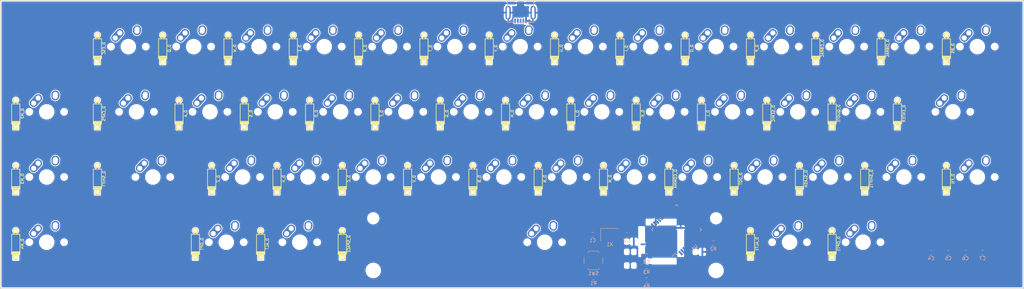
<source format=kicad_pcb>
(kicad_pcb (version 20171130) (host pcbnew "(5.0.0-3-g5ebb6b6)")
  (layers (0 F.Cu signal hide) (31 B.Cu signal hide) (34 B.Paste user) (35 F.Paste user) (36 B.SilkS user) (37 F.SilkS user) (38 B.Mask user) (39 F.Mask user) (44 Edge.Cuts user))
  (net 0 "")
  (net 1 GND)
  (net 2 VCC)
  (net 3 /col0)
  (net 4 /col1)
  (net 5 /col2)
  (net 6 /col3)
  (net 7 /col4)
  (net 8 /col5)
  (net 9 /col6)
  (net 10 /col7)
  (net 11 /col8)
  (net 12 /col9)
  (net 13 /col10)
  (net 14 /col11)
  (net 15 /col12)
  (net 16 /col13)
  (net 17 /col14)
  (net 18 /row0)
  (net 19 /row1)
  (net 20 /row2)
  (net 21 /row3)
  (net 22 "Net-(K_ESC-Pad1)")
  (net 23 "Net-(D_ESC-Pad2)")
  (net 24 "Net-(K_Q-Pad1)")
  (net 25 "Net-(D_Q-Pad2)")
  (net 26 "Net-(K_W-Pad1)")
  (net 27 "Net-(D_W-Pad2)")
  (net 28 "Net-(K_E-Pad1)")
  (net 29 "Net-(D_E-Pad2)")
  (net 30 "Net-(K_R-Pad1)")
  (net 31 "Net-(D_R-Pad2)")
  (net 32 "Net-(K_T-Pad1)")
  (net 33 "Net-(D_T-Pad2)")
  (net 34 "Net-(K_Y-Pad1)")
  (net 35 "Net-(D_Y-Pad2)")
  (net 36 "Net-(K_U-Pad1)")
  (net 37 "Net-(D_U-Pad2)")
  (net 38 "Net-(K_I-Pad1)")
  (net 39 "Net-(D_I-Pad2)")
  (net 40 "Net-(K_O-Pad1)")
  (net 41 "Net-(D_O-Pad2)")
  (net 42 "Net-(K_P-Pad1)")
  (net 43 "Net-(D_P-Pad2)")
  (net 44 "Net-(K_CBRAC-Pad1)")
  (net 45 "Net-(D_CBRAC-Pad2)")
  (net 46 "Net-(K_OBRAC-Pad1)")
  (net 47 "Net-(D_OBRAC-Pad2)")
  (net 48 "Net-(K_BS-Pad1)")
  (net 49 "Net-(D_BS-Pad2)")
  (net 50 "Net-(K_M2-Pad1)")
  (net 51 "Net-(D_M2-Pad2)")
  (net 52 "Net-(K_CAPS-Pad1)")
  (net 53 "Net-(D_CAPS-Pad2)")
  (net 54 "Net-(K_A-Pad1)")
  (net 55 "Net-(D_A-Pad2)")
  (net 56 "Net-(K_S-Pad1)")
  (net 57 "Net-(D_S-Pad2)")
  (net 58 "Net-(K_D-Pad1)")
  (net 59 "Net-(D_D-Pad2)")
  (net 60 "Net-(K_F-Pad1)")
  (net 61 "Net-(D_F-Pad2)")
  (net 62 "Net-(K_G-Pad1)")
  (net 63 "Net-(D_G-Pad2)")
  (net 64 "Net-(K_H-Pad1)")
  (net 65 "Net-(D_H-Pad2)")
  (net 66 "Net-(K_J-Pad1)")
  (net 67 "Net-(D_J-Pad2)")
  (net 68 "Net-(K_K-Pad1)")
  (net 69 "Net-(D_K-Pad2)")
  (net 70 "Net-(K_L-Pad1)")
  (net 71 "Net-(D_L-Pad2)")
  (net 72 "Net-(K_SEMIC-Pad1)")
  (net 73 "Net-(D_SEMIC-Pad2)")
  (net 74 "Net-(K_QUOTE-Pad1)")
  (net 75 "Net-(D_QUOTE-Pad2)")
  (net 76 "Net-(K_ENTER-Pad1)")
  (net 77 "Net-(D_ENTER-Pad2)")
  (net 78 "Net-(K_M3-Pad1)")
  (net 79 "Net-(D_M3-Pad2)")
  (net 80 "Net-(K_SHIFT-Pad1)")
  (net 81 "Net-(D_SHIFT-Pad2)")
  (net 82 "Net-(K_Z-Pad1)")
  (net 83 "Net-(D_Z-Pad2)")
  (net 84 "Net-(K_X-Pad1)")
  (net 85 "Net-(D_X-Pad2)")
  (net 86 "Net-(K_C-Pad1)")
  (net 87 "Net-(D_C-Pad2)")
  (net 88 "Net-(K_V-Pad1)")
  (net 89 "Net-(D_V-Pad2)")
  (net 90 "Net-(K_B-Pad1)")
  (net 91 "Net-(D_B-Pad2)")
  (net 92 "Net-(K_N-Pad1)")
  (net 93 "Net-(D_N-Pad2)")
  (net 94 "Net-(K_M-Pad1)")
  (net 95 "Net-(D_M-Pad2)")
  (net 96 "Net-(K_COMMA-Pad1)")
  (net 97 "Net-(D_COMMA-Pad2)")
  (net 98 "Net-(K_DOT-Pad1)")
  (net 99 "Net-(D_DOT-Pad2)")
  (net 100 "Net-(K_SLASH-Pad1)")
  (net 101 "Net-(D_SLASH-Pad2)")
  (net 102 "Net-(K_SHIFT1-Pad1)")
  (net 103 "Net-(D_SHIFT1-Pad2)")
  (net 104 "Net-(K_FN-Pad1)")
  (net 105 "Net-(D_FN-Pad2)")
  (net 106 "Net-(K_M4-Pad1)")
  (net 107 "Net-(D_M4-Pad2)")
  (net 108 "Net-(K_OPT-Pad1)")
  (net 109 "Net-(D_OPT-Pad2)")
  (net 110 "Net-(K_ALT-Pad1)")
  (net 111 "Net-(D_ALT-Pad2)")
  (net 112 "Net-(K_SPACE-Pad1)")
  (net 113 "Net-(D_SPACE-Pad2)")
  (net 114 "Net-(K_ALT1-Pad1)")
  (net 115 "Net-(D_ALT1-Pad2)")
  (net 116 "Net-(K_OPT1-Pad1)")
  (net 117 "Net-(D_OPT1-Pad2)")
  (net 118 "Net-(C1-Pad1)")
  (net 119 "Net-(C2-Pad1)")
  (net 120 "Net-(X1-Pad4)")
  (net 121 "Net-(R1-Pad1)")
  (net 122 "Net-(R2-Pad1)")
  (net 123 "Net-(R3-Pad1)")
  (net 124 "Net-(R4-Pad1)")
  (net 125 "Net-(USB1-Pad2)")
  (net 126 "Net-(USB1-Pad3)")
  (net 127 "Net-(USB1-Pad4)")
  (net 128 "Net-(C3-Pad1)")
  (net 129 "Net-(U1-Pad1)")
  (net 130 "Net-(U1-Pad7)")
  (net 131 "Net-(U1-Pad21)")
  (net 132 "Net-(U1-Pad22)")
  (net 133 "Net-(U1-Pad25)")
  (net 134 "Net-(U1-Pad26)")
  (net 135 "Net-(U1-Pad27)")
  (net 136 "Net-(U1-Pad34)")
  (net 137 "Net-(U1-Pad36)")
  (net 138 "Net-(U1-Pad37)")
  (net 139 "Net-(U1-Pad38)")
  (net 140 "Net-(U1-Pad39)")
  (net 141 "Net-(U1-Pad40)")
  (net 142 "Net-(U1-Pad41)")
  (net 143 "Net-(U1-Pad42)")
  (net 144 "Net-(U1-Pad43)")
  (net 145 "Net-(U1-Pad44)")
  (module MX_Alps_Hybrid:MX-1U-NoLED (layer F.Cu) (at 33.3375 9.525)
    (fp_text reference K_ESC)
    (fp_text value KEYSW)
    (pad 1 thru_hole circle (at -2.5 -4) (size 2.25 2.25) (drill 1.47) (layers *.Cu B.Mask) (net 22 "Net-(K_ESC-Pad1)"))
    (pad 1 thru_hole oval (at -3.81 -2.54 48.0996) (size 4.211556 2.25) (drill 1.47 (offset 0.980778 0)) (layers *.Cu B.Mask) (net 22 "Net-(K_ESC-Pad1)"))
    (pad 2 thru_hole oval (at 2.5 -4.5 86.0548) (size 2.831378 2.25) (drill 1.47 (offset 0.290689 0)) (layers *.Cu B.Mask) (net 23 "Net-(D_ESC-Pad2)"))
    (pad 2 thru_hole circle (at 2.54 -5.08) (size 2.25 2.25) (drill 1.47) (layers *.Cu B.Mask) (net 23 "Net-(D_ESC-Pad2)"))
    (pad "" np_thru_hole circle (at 0 0) (size 3.9878 3.9878) (drill 3.9878) (layers *.Cu *.Mask))
    (pad "" np_thru_hole circle (at -5.08 0 48.0996) (size 1.75 1.75) (drill 1.75) (layers *.Cu *.Mask))
    (pad "" np_thru_hole circle (at 5.08 0 48.0996) (size 1.75 1.75) (drill 1.75) (layers *.Cu *.Mask))
  )
  (module keyboard_parts:D_SOD123_axial (layer F.Cu) (at 24.3125 10.025 90)
    (fp_text reference D_ESC (at 0 1.925 90) (layer F.SilkS) (effects (font (size 0.8 0.8)) (justify mirror)))
    (fp_text value D hide)
    (pad 1 smd rect (at -2.7 0 90) (size 2.5 0.5) (layers F.Cu) (net 4 /col1))
    (pad 1 smd rect (at -1.575 0 90) (size 1.2 1.2) (layers F.Cu F.Paste F.Mask) (net 4 /col1))
    (pad 1 thru_hole rect (at -3.9 0 90) (size 1.6 1.6) (drill 0.7) (layers *.Cu *.Mask F.SilkS) (net 4 /col1))
    (pad 2 smd rect (at 1.575 0 90) (size 1.2 1.2) (layers F.Cu F.Paste F.Mask) (net 23 "Net-(D_ESC-Pad2)"))
    (pad 2 smd rect (at 2.7 0 90) (size 2.5 0.5) (layers F.Cu) (net 23 "Net-(D_ESC-Pad2)"))
    (pad 2 thru_hole circle (at 3.9 0 90) (size 1.6 1.6) (drill 0.7) (layers *.Cu *.Mask F.SilkS) (net 23 "Net-(D_ESC-Pad2)"))
  )
  (module MX_Alps_Hybrid:MX-1U-NoLED (layer F.Cu) (at 52.3875 9.525)
    (fp_text reference K_Q)
    (fp_text value KEYSW)
    (pad 1 thru_hole circle (at -2.5 -4) (size 2.25 2.25) (drill 1.47) (layers *.Cu B.Mask) (net 24 "Net-(K_Q-Pad1)"))
    (pad 1 thru_hole oval (at -3.81 -2.54 48.0996) (size 4.211556 2.25) (drill 1.47 (offset 0.980778 0)) (layers *.Cu B.Mask) (net 24 "Net-(K_Q-Pad1)"))
    (pad 2 thru_hole oval (at 2.5 -4.5 86.0548) (size 2.831378 2.25) (drill 1.47 (offset 0.290689 0)) (layers *.Cu B.Mask) (net 25 "Net-(D_Q-Pad2)"))
    (pad 2 thru_hole circle (at 2.54 -5.08) (size 2.25 2.25) (drill 1.47) (layers *.Cu B.Mask) (net 25 "Net-(D_Q-Pad2)"))
    (pad "" np_thru_hole circle (at 0 0) (size 3.9878 3.9878) (drill 3.9878) (layers *.Cu *.Mask))
    (pad "" np_thru_hole circle (at -5.08 0 48.0996) (size 1.75 1.75) (drill 1.75) (layers *.Cu *.Mask))
    (pad "" np_thru_hole circle (at 5.08 0 48.0996) (size 1.75 1.75) (drill 1.75) (layers *.Cu *.Mask))
  )
  (module keyboard_parts:D_SOD123_axial (layer F.Cu) (at 43.3625 10.025 90)
    (fp_text reference D_Q (at 0 1.925 90) (layer F.SilkS) (effects (font (size 0.8 0.8)) (justify mirror)))
    (fp_text value D hide)
    (pad 1 smd rect (at -2.7 0 90) (size 2.5 0.5) (layers F.Cu) (net 5 /col2))
    (pad 1 smd rect (at -1.575 0 90) (size 1.2 1.2) (layers F.Cu F.Paste F.Mask) (net 5 /col2))
    (pad 1 thru_hole rect (at -3.9 0 90) (size 1.6 1.6) (drill 0.7) (layers *.Cu *.Mask F.SilkS) (net 5 /col2))
    (pad 2 smd rect (at 1.575 0 90) (size 1.2 1.2) (layers F.Cu F.Paste F.Mask) (net 25 "Net-(D_Q-Pad2)"))
    (pad 2 smd rect (at 2.7 0 90) (size 2.5 0.5) (layers F.Cu) (net 25 "Net-(D_Q-Pad2)"))
    (pad 2 thru_hole circle (at 3.9 0 90) (size 1.6 1.6) (drill 0.7) (layers *.Cu *.Mask F.SilkS) (net 25 "Net-(D_Q-Pad2)"))
  )
  (module MX_Alps_Hybrid:MX-1U-NoLED (layer F.Cu) (at 71.4375 9.525)
    (fp_text reference K_W)
    (fp_text value KEYSW)
    (pad 1 thru_hole circle (at -2.5 -4) (size 2.25 2.25) (drill 1.47) (layers *.Cu B.Mask) (net 26 "Net-(K_W-Pad1)"))
    (pad 1 thru_hole oval (at -3.81 -2.54 48.0996) (size 4.211556 2.25) (drill 1.47 (offset 0.980778 0)) (layers *.Cu B.Mask) (net 26 "Net-(K_W-Pad1)"))
    (pad 2 thru_hole oval (at 2.5 -4.5 86.0548) (size 2.831378 2.25) (drill 1.47 (offset 0.290689 0)) (layers *.Cu B.Mask) (net 27 "Net-(D_W-Pad2)"))
    (pad 2 thru_hole circle (at 2.54 -5.08) (size 2.25 2.25) (drill 1.47) (layers *.Cu B.Mask) (net 27 "Net-(D_W-Pad2)"))
    (pad "" np_thru_hole circle (at 0 0) (size 3.9878 3.9878) (drill 3.9878) (layers *.Cu *.Mask))
    (pad "" np_thru_hole circle (at -5.08 0 48.0996) (size 1.75 1.75) (drill 1.75) (layers *.Cu *.Mask))
    (pad "" np_thru_hole circle (at 5.08 0 48.0996) (size 1.75 1.75) (drill 1.75) (layers *.Cu *.Mask))
  )
  (module keyboard_parts:D_SOD123_axial (layer F.Cu) (at 62.4125 10.025 90)
    (fp_text reference D_W (at 0 1.925 90) (layer F.SilkS) (effects (font (size 0.8 0.8)) (justify mirror)))
    (fp_text value D hide)
    (pad 1 smd rect (at -2.7 0 90) (size 2.5 0.5) (layers F.Cu) (net 6 /col3))
    (pad 1 smd rect (at -1.575 0 90) (size 1.2 1.2) (layers F.Cu F.Paste F.Mask) (net 6 /col3))
    (pad 1 thru_hole rect (at -3.9 0 90) (size 1.6 1.6) (drill 0.7) (layers *.Cu *.Mask F.SilkS) (net 6 /col3))
    (pad 2 smd rect (at 1.575 0 90) (size 1.2 1.2) (layers F.Cu F.Paste F.Mask) (net 27 "Net-(D_W-Pad2)"))
    (pad 2 smd rect (at 2.7 0 90) (size 2.5 0.5) (layers F.Cu) (net 27 "Net-(D_W-Pad2)"))
    (pad 2 thru_hole circle (at 3.9 0 90) (size 1.6 1.6) (drill 0.7) (layers *.Cu *.Mask F.SilkS) (net 27 "Net-(D_W-Pad2)"))
  )
  (module MX_Alps_Hybrid:MX-1U-NoLED (layer F.Cu) (at 90.4875 9.525)
    (fp_text reference K_E)
    (fp_text value KEYSW)
    (pad 1 thru_hole circle (at -2.5 -4) (size 2.25 2.25) (drill 1.47) (layers *.Cu B.Mask) (net 28 "Net-(K_E-Pad1)"))
    (pad 1 thru_hole oval (at -3.81 -2.54 48.0996) (size 4.211556 2.25) (drill 1.47 (offset 0.980778 0)) (layers *.Cu B.Mask) (net 28 "Net-(K_E-Pad1)"))
    (pad 2 thru_hole oval (at 2.5 -4.5 86.0548) (size 2.831378 2.25) (drill 1.47 (offset 0.290689 0)) (layers *.Cu B.Mask) (net 29 "Net-(D_E-Pad2)"))
    (pad 2 thru_hole circle (at 2.54 -5.08) (size 2.25 2.25) (drill 1.47) (layers *.Cu B.Mask) (net 29 "Net-(D_E-Pad2)"))
    (pad "" np_thru_hole circle (at 0 0) (size 3.9878 3.9878) (drill 3.9878) (layers *.Cu *.Mask))
    (pad "" np_thru_hole circle (at -5.08 0 48.0996) (size 1.75 1.75) (drill 1.75) (layers *.Cu *.Mask))
    (pad "" np_thru_hole circle (at 5.08 0 48.0996) (size 1.75 1.75) (drill 1.75) (layers *.Cu *.Mask))
  )
  (module keyboard_parts:D_SOD123_axial (layer F.Cu) (at 81.4625 10.025 90)
    (fp_text reference D_E (at 0 1.925 90) (layer F.SilkS) (effects (font (size 0.8 0.8)) (justify mirror)))
    (fp_text value D hide)
    (pad 1 smd rect (at -2.7 0 90) (size 2.5 0.5) (layers F.Cu) (net 7 /col4))
    (pad 1 smd rect (at -1.575 0 90) (size 1.2 1.2) (layers F.Cu F.Paste F.Mask) (net 7 /col4))
    (pad 1 thru_hole rect (at -3.9 0 90) (size 1.6 1.6) (drill 0.7) (layers *.Cu *.Mask F.SilkS) (net 7 /col4))
    (pad 2 smd rect (at 1.575 0 90) (size 1.2 1.2) (layers F.Cu F.Paste F.Mask) (net 29 "Net-(D_E-Pad2)"))
    (pad 2 smd rect (at 2.7 0 90) (size 2.5 0.5) (layers F.Cu) (net 29 "Net-(D_E-Pad2)"))
    (pad 2 thru_hole circle (at 3.9 0 90) (size 1.6 1.6) (drill 0.7) (layers *.Cu *.Mask F.SilkS) (net 29 "Net-(D_E-Pad2)"))
  )
  (module MX_Alps_Hybrid:MX-1U-NoLED (layer F.Cu) (at 109.5375 9.525)
    (fp_text reference K_R)
    (fp_text value KEYSW)
    (pad 1 thru_hole circle (at -2.5 -4) (size 2.25 2.25) (drill 1.47) (layers *.Cu B.Mask) (net 30 "Net-(K_R-Pad1)"))
    (pad 1 thru_hole oval (at -3.81 -2.54 48.0996) (size 4.211556 2.25) (drill 1.47 (offset 0.980778 0)) (layers *.Cu B.Mask) (net 30 "Net-(K_R-Pad1)"))
    (pad 2 thru_hole oval (at 2.5 -4.5 86.0548) (size 2.831378 2.25) (drill 1.47 (offset 0.290689 0)) (layers *.Cu B.Mask) (net 31 "Net-(D_R-Pad2)"))
    (pad 2 thru_hole circle (at 2.54 -5.08) (size 2.25 2.25) (drill 1.47) (layers *.Cu B.Mask) (net 31 "Net-(D_R-Pad2)"))
    (pad "" np_thru_hole circle (at 0 0) (size 3.9878 3.9878) (drill 3.9878) (layers *.Cu *.Mask))
    (pad "" np_thru_hole circle (at -5.08 0 48.0996) (size 1.75 1.75) (drill 1.75) (layers *.Cu *.Mask))
    (pad "" np_thru_hole circle (at 5.08 0 48.0996) (size 1.75 1.75) (drill 1.75) (layers *.Cu *.Mask))
  )
  (module keyboard_parts:D_SOD123_axial (layer F.Cu) (at 100.5125 10.025 90)
    (fp_text reference D_R (at 0 1.925 90) (layer F.SilkS) (effects (font (size 0.8 0.8)) (justify mirror)))
    (fp_text value D hide)
    (pad 1 smd rect (at -2.7 0 90) (size 2.5 0.5) (layers F.Cu) (net 8 /col5))
    (pad 1 smd rect (at -1.575 0 90) (size 1.2 1.2) (layers F.Cu F.Paste F.Mask) (net 8 /col5))
    (pad 1 thru_hole rect (at -3.9 0 90) (size 1.6 1.6) (drill 0.7) (layers *.Cu *.Mask F.SilkS) (net 8 /col5))
    (pad 2 smd rect (at 1.575 0 90) (size 1.2 1.2) (layers F.Cu F.Paste F.Mask) (net 31 "Net-(D_R-Pad2)"))
    (pad 2 smd rect (at 2.7 0 90) (size 2.5 0.5) (layers F.Cu) (net 31 "Net-(D_R-Pad2)"))
    (pad 2 thru_hole circle (at 3.9 0 90) (size 1.6 1.6) (drill 0.7) (layers *.Cu *.Mask F.SilkS) (net 31 "Net-(D_R-Pad2)"))
  )
  (module MX_Alps_Hybrid:MX-1U-NoLED (layer F.Cu) (at 128.5875 9.525)
    (fp_text reference K_T)
    (fp_text value KEYSW)
    (pad 1 thru_hole circle (at -2.5 -4) (size 2.25 2.25) (drill 1.47) (layers *.Cu B.Mask) (net 32 "Net-(K_T-Pad1)"))
    (pad 1 thru_hole oval (at -3.81 -2.54 48.0996) (size 4.211556 2.25) (drill 1.47 (offset 0.980778 0)) (layers *.Cu B.Mask) (net 32 "Net-(K_T-Pad1)"))
    (pad 2 thru_hole oval (at 2.5 -4.5 86.0548) (size 2.831378 2.25) (drill 1.47 (offset 0.290689 0)) (layers *.Cu B.Mask) (net 33 "Net-(D_T-Pad2)"))
    (pad 2 thru_hole circle (at 2.54 -5.08) (size 2.25 2.25) (drill 1.47) (layers *.Cu B.Mask) (net 33 "Net-(D_T-Pad2)"))
    (pad "" np_thru_hole circle (at 0 0) (size 3.9878 3.9878) (drill 3.9878) (layers *.Cu *.Mask))
    (pad "" np_thru_hole circle (at -5.08 0 48.0996) (size 1.75 1.75) (drill 1.75) (layers *.Cu *.Mask))
    (pad "" np_thru_hole circle (at 5.08 0 48.0996) (size 1.75 1.75) (drill 1.75) (layers *.Cu *.Mask))
  )
  (module keyboard_parts:D_SOD123_axial (layer F.Cu) (at 119.5625 10.025 90)
    (fp_text reference D_T (at 0 1.925 90) (layer F.SilkS) (effects (font (size 0.8 0.8)) (justify mirror)))
    (fp_text value D hide)
    (pad 1 smd rect (at -2.7 0 90) (size 2.5 0.5) (layers F.Cu) (net 9 /col6))
    (pad 1 smd rect (at -1.575 0 90) (size 1.2 1.2) (layers F.Cu F.Paste F.Mask) (net 9 /col6))
    (pad 1 thru_hole rect (at -3.9 0 90) (size 1.6 1.6) (drill 0.7) (layers *.Cu *.Mask F.SilkS) (net 9 /col6))
    (pad 2 smd rect (at 1.575 0 90) (size 1.2 1.2) (layers F.Cu F.Paste F.Mask) (net 33 "Net-(D_T-Pad2)"))
    (pad 2 smd rect (at 2.7 0 90) (size 2.5 0.5) (layers F.Cu) (net 33 "Net-(D_T-Pad2)"))
    (pad 2 thru_hole circle (at 3.9 0 90) (size 1.6 1.6) (drill 0.7) (layers *.Cu *.Mask F.SilkS) (net 33 "Net-(D_T-Pad2)"))
  )
  (module MX_Alps_Hybrid:MX-1U-NoLED (layer F.Cu) (at 147.6375 9.525)
    (fp_text reference K_Y)
    (fp_text value KEYSW)
    (pad 1 thru_hole circle (at -2.5 -4) (size 2.25 2.25) (drill 1.47) (layers *.Cu B.Mask) (net 34 "Net-(K_Y-Pad1)"))
    (pad 1 thru_hole oval (at -3.81 -2.54 48.0996) (size 4.211556 2.25) (drill 1.47 (offset 0.980778 0)) (layers *.Cu B.Mask) (net 34 "Net-(K_Y-Pad1)"))
    (pad 2 thru_hole oval (at 2.5 -4.5 86.0548) (size 2.831378 2.25) (drill 1.47 (offset 0.290689 0)) (layers *.Cu B.Mask) (net 35 "Net-(D_Y-Pad2)"))
    (pad 2 thru_hole circle (at 2.54 -5.08) (size 2.25 2.25) (drill 1.47) (layers *.Cu B.Mask) (net 35 "Net-(D_Y-Pad2)"))
    (pad "" np_thru_hole circle (at 0 0) (size 3.9878 3.9878) (drill 3.9878) (layers *.Cu *.Mask))
    (pad "" np_thru_hole circle (at -5.08 0 48.0996) (size 1.75 1.75) (drill 1.75) (layers *.Cu *.Mask))
    (pad "" np_thru_hole circle (at 5.08 0 48.0996) (size 1.75 1.75) (drill 1.75) (layers *.Cu *.Mask))
  )
  (module keyboard_parts:D_SOD123_axial (layer F.Cu) (at 138.6125 10.025 90)
    (fp_text reference D_Y (at 0 1.925 90) (layer F.SilkS) (effects (font (size 0.8 0.8)) (justify mirror)))
    (fp_text value D hide)
    (pad 1 smd rect (at -2.7 0 90) (size 2.5 0.5) (layers F.Cu) (net 10 /col7))
    (pad 1 smd rect (at -1.575 0 90) (size 1.2 1.2) (layers F.Cu F.Paste F.Mask) (net 10 /col7))
    (pad 1 thru_hole rect (at -3.9 0 90) (size 1.6 1.6) (drill 0.7) (layers *.Cu *.Mask F.SilkS) (net 10 /col7))
    (pad 2 smd rect (at 1.575 0 90) (size 1.2 1.2) (layers F.Cu F.Paste F.Mask) (net 35 "Net-(D_Y-Pad2)"))
    (pad 2 smd rect (at 2.7 0 90) (size 2.5 0.5) (layers F.Cu) (net 35 "Net-(D_Y-Pad2)"))
    (pad 2 thru_hole circle (at 3.9 0 90) (size 1.6 1.6) (drill 0.7) (layers *.Cu *.Mask F.SilkS) (net 35 "Net-(D_Y-Pad2)"))
  )
  (module MX_Alps_Hybrid:MX-1U-NoLED (layer F.Cu) (at 166.6875 9.525)
    (fp_text reference K_U)
    (fp_text value KEYSW)
    (pad 1 thru_hole circle (at -2.5 -4) (size 2.25 2.25) (drill 1.47) (layers *.Cu B.Mask) (net 36 "Net-(K_U-Pad1)"))
    (pad 1 thru_hole oval (at -3.81 -2.54 48.0996) (size 4.211556 2.25) (drill 1.47 (offset 0.980778 0)) (layers *.Cu B.Mask) (net 36 "Net-(K_U-Pad1)"))
    (pad 2 thru_hole oval (at 2.5 -4.5 86.0548) (size 2.831378 2.25) (drill 1.47 (offset 0.290689 0)) (layers *.Cu B.Mask) (net 37 "Net-(D_U-Pad2)"))
    (pad 2 thru_hole circle (at 2.54 -5.08) (size 2.25 2.25) (drill 1.47) (layers *.Cu B.Mask) (net 37 "Net-(D_U-Pad2)"))
    (pad "" np_thru_hole circle (at 0 0) (size 3.9878 3.9878) (drill 3.9878) (layers *.Cu *.Mask))
    (pad "" np_thru_hole circle (at -5.08 0 48.0996) (size 1.75 1.75) (drill 1.75) (layers *.Cu *.Mask))
    (pad "" np_thru_hole circle (at 5.08 0 48.0996) (size 1.75 1.75) (drill 1.75) (layers *.Cu *.Mask))
  )
  (module keyboard_parts:D_SOD123_axial (layer F.Cu) (at 157.6625 10.025 90)
    (fp_text reference D_U (at 0 1.925 90) (layer F.SilkS) (effects (font (size 0.8 0.8)) (justify mirror)))
    (fp_text value D hide)
    (pad 1 smd rect (at -2.7 0 90) (size 2.5 0.5) (layers F.Cu) (net 11 /col8))
    (pad 1 smd rect (at -1.575 0 90) (size 1.2 1.2) (layers F.Cu F.Paste F.Mask) (net 11 /col8))
    (pad 1 thru_hole rect (at -3.9 0 90) (size 1.6 1.6) (drill 0.7) (layers *.Cu *.Mask F.SilkS) (net 11 /col8))
    (pad 2 smd rect (at 1.575 0 90) (size 1.2 1.2) (layers F.Cu F.Paste F.Mask) (net 37 "Net-(D_U-Pad2)"))
    (pad 2 smd rect (at 2.7 0 90) (size 2.5 0.5) (layers F.Cu) (net 37 "Net-(D_U-Pad2)"))
    (pad 2 thru_hole circle (at 3.9 0 90) (size 1.6 1.6) (drill 0.7) (layers *.Cu *.Mask F.SilkS) (net 37 "Net-(D_U-Pad2)"))
  )
  (module MX_Alps_Hybrid:MX-1U-NoLED (layer F.Cu) (at 185.7375 9.525)
    (fp_text reference K_I)
    (fp_text value KEYSW)
    (pad 1 thru_hole circle (at -2.5 -4) (size 2.25 2.25) (drill 1.47) (layers *.Cu B.Mask) (net 38 "Net-(K_I-Pad1)"))
    (pad 1 thru_hole oval (at -3.81 -2.54 48.0996) (size 4.211556 2.25) (drill 1.47 (offset 0.980778 0)) (layers *.Cu B.Mask) (net 38 "Net-(K_I-Pad1)"))
    (pad 2 thru_hole oval (at 2.5 -4.5 86.0548) (size 2.831378 2.25) (drill 1.47 (offset 0.290689 0)) (layers *.Cu B.Mask) (net 39 "Net-(D_I-Pad2)"))
    (pad 2 thru_hole circle (at 2.54 -5.08) (size 2.25 2.25) (drill 1.47) (layers *.Cu B.Mask) (net 39 "Net-(D_I-Pad2)"))
    (pad "" np_thru_hole circle (at 0 0) (size 3.9878 3.9878) (drill 3.9878) (layers *.Cu *.Mask))
    (pad "" np_thru_hole circle (at -5.08 0 48.0996) (size 1.75 1.75) (drill 1.75) (layers *.Cu *.Mask))
    (pad "" np_thru_hole circle (at 5.08 0 48.0996) (size 1.75 1.75) (drill 1.75) (layers *.Cu *.Mask))
  )
  (module keyboard_parts:D_SOD123_axial (layer F.Cu) (at 176.7125 10.025 90)
    (fp_text reference D_I (at 0 1.925 90) (layer F.SilkS) (effects (font (size 0.8 0.8)) (justify mirror)))
    (fp_text value D hide)
    (pad 1 smd rect (at -2.7 0 90) (size 2.5 0.5) (layers F.Cu) (net 12 /col9))
    (pad 1 smd rect (at -1.575 0 90) (size 1.2 1.2) (layers F.Cu F.Paste F.Mask) (net 12 /col9))
    (pad 1 thru_hole rect (at -3.9 0 90) (size 1.6 1.6) (drill 0.7) (layers *.Cu *.Mask F.SilkS) (net 12 /col9))
    (pad 2 smd rect (at 1.575 0 90) (size 1.2 1.2) (layers F.Cu F.Paste F.Mask) (net 39 "Net-(D_I-Pad2)"))
    (pad 2 smd rect (at 2.7 0 90) (size 2.5 0.5) (layers F.Cu) (net 39 "Net-(D_I-Pad2)"))
    (pad 2 thru_hole circle (at 3.9 0 90) (size 1.6 1.6) (drill 0.7) (layers *.Cu *.Mask F.SilkS) (net 39 "Net-(D_I-Pad2)"))
  )
  (module MX_Alps_Hybrid:MX-1U-NoLED (layer F.Cu) (at 204.7875 9.525)
    (fp_text reference K_O)
    (fp_text value KEYSW)
    (pad 1 thru_hole circle (at -2.5 -4) (size 2.25 2.25) (drill 1.47) (layers *.Cu B.Mask) (net 40 "Net-(K_O-Pad1)"))
    (pad 1 thru_hole oval (at -3.81 -2.54 48.0996) (size 4.211556 2.25) (drill 1.47 (offset 0.980778 0)) (layers *.Cu B.Mask) (net 40 "Net-(K_O-Pad1)"))
    (pad 2 thru_hole oval (at 2.5 -4.5 86.0548) (size 2.831378 2.25) (drill 1.47 (offset 0.290689 0)) (layers *.Cu B.Mask) (net 41 "Net-(D_O-Pad2)"))
    (pad 2 thru_hole circle (at 2.54 -5.08) (size 2.25 2.25) (drill 1.47) (layers *.Cu B.Mask) (net 41 "Net-(D_O-Pad2)"))
    (pad "" np_thru_hole circle (at 0 0) (size 3.9878 3.9878) (drill 3.9878) (layers *.Cu *.Mask))
    (pad "" np_thru_hole circle (at -5.08 0 48.0996) (size 1.75 1.75) (drill 1.75) (layers *.Cu *.Mask))
    (pad "" np_thru_hole circle (at 5.08 0 48.0996) (size 1.75 1.75) (drill 1.75) (layers *.Cu *.Mask))
  )
  (module keyboard_parts:D_SOD123_axial (layer F.Cu) (at 195.7625 10.025 90)
    (fp_text reference D_O (at 0 1.925 90) (layer F.SilkS) (effects (font (size 0.8 0.8)) (justify mirror)))
    (fp_text value D hide)
    (pad 1 smd rect (at -2.7 0 90) (size 2.5 0.5) (layers F.Cu) (net 13 /col10))
    (pad 1 smd rect (at -1.575 0 90) (size 1.2 1.2) (layers F.Cu F.Paste F.Mask) (net 13 /col10))
    (pad 1 thru_hole rect (at -3.9 0 90) (size 1.6 1.6) (drill 0.7) (layers *.Cu *.Mask F.SilkS) (net 13 /col10))
    (pad 2 smd rect (at 1.575 0 90) (size 1.2 1.2) (layers F.Cu F.Paste F.Mask) (net 41 "Net-(D_O-Pad2)"))
    (pad 2 smd rect (at 2.7 0 90) (size 2.5 0.5) (layers F.Cu) (net 41 "Net-(D_O-Pad2)"))
    (pad 2 thru_hole circle (at 3.9 0 90) (size 1.6 1.6) (drill 0.7) (layers *.Cu *.Mask F.SilkS) (net 41 "Net-(D_O-Pad2)"))
  )
  (module MX_Alps_Hybrid:MX-1U-NoLED (layer F.Cu) (at 223.8375 9.525)
    (fp_text reference K_P)
    (fp_text value KEYSW)
    (pad 1 thru_hole circle (at -2.5 -4) (size 2.25 2.25) (drill 1.47) (layers *.Cu B.Mask) (net 42 "Net-(K_P-Pad1)"))
    (pad 1 thru_hole oval (at -3.81 -2.54 48.0996) (size 4.211556 2.25) (drill 1.47 (offset 0.980778 0)) (layers *.Cu B.Mask) (net 42 "Net-(K_P-Pad1)"))
    (pad 2 thru_hole oval (at 2.5 -4.5 86.0548) (size 2.831378 2.25) (drill 1.47 (offset 0.290689 0)) (layers *.Cu B.Mask) (net 43 "Net-(D_P-Pad2)"))
    (pad 2 thru_hole circle (at 2.54 -5.08) (size 2.25 2.25) (drill 1.47) (layers *.Cu B.Mask) (net 43 "Net-(D_P-Pad2)"))
    (pad "" np_thru_hole circle (at 0 0) (size 3.9878 3.9878) (drill 3.9878) (layers *.Cu *.Mask))
    (pad "" np_thru_hole circle (at -5.08 0 48.0996) (size 1.75 1.75) (drill 1.75) (layers *.Cu *.Mask))
    (pad "" np_thru_hole circle (at 5.08 0 48.0996) (size 1.75 1.75) (drill 1.75) (layers *.Cu *.Mask))
  )
  (module keyboard_parts:D_SOD123_axial (layer F.Cu) (at 214.8125 10.025 90)
    (fp_text reference D_P (at 0 1.925 90) (layer F.SilkS) (effects (font (size 0.8 0.8)) (justify mirror)))
    (fp_text value D hide)
    (pad 1 smd rect (at -2.7 0 90) (size 2.5 0.5) (layers F.Cu) (net 14 /col11))
    (pad 1 smd rect (at -1.575 0 90) (size 1.2 1.2) (layers F.Cu F.Paste F.Mask) (net 14 /col11))
    (pad 1 thru_hole rect (at -3.9 0 90) (size 1.6 1.6) (drill 0.7) (layers *.Cu *.Mask F.SilkS) (net 14 /col11))
    (pad 2 smd rect (at 1.575 0 90) (size 1.2 1.2) (layers F.Cu F.Paste F.Mask) (net 43 "Net-(D_P-Pad2)"))
    (pad 2 smd rect (at 2.7 0 90) (size 2.5 0.5) (layers F.Cu) (net 43 "Net-(D_P-Pad2)"))
    (pad 2 thru_hole circle (at 3.9 0 90) (size 1.6 1.6) (drill 0.7) (layers *.Cu *.Mask F.SilkS) (net 43 "Net-(D_P-Pad2)"))
  )
  (module MX_Alps_Hybrid:MX-1U-NoLED (layer F.Cu) (at 242.8875 9.525)
    (fp_text reference K_CBRAC)
    (fp_text value KEYSW)
    (pad 1 thru_hole circle (at -2.5 -4) (size 2.25 2.25) (drill 1.47) (layers *.Cu B.Mask) (net 44 "Net-(K_CBRAC-Pad1)"))
    (pad 1 thru_hole oval (at -3.81 -2.54 48.0996) (size 4.211556 2.25) (drill 1.47 (offset 0.980778 0)) (layers *.Cu B.Mask) (net 44 "Net-(K_CBRAC-Pad1)"))
    (pad 2 thru_hole oval (at 2.5 -4.5 86.0548) (size 2.831378 2.25) (drill 1.47 (offset 0.290689 0)) (layers *.Cu B.Mask) (net 45 "Net-(D_CBRAC-Pad2)"))
    (pad 2 thru_hole circle (at 2.54 -5.08) (size 2.25 2.25) (drill 1.47) (layers *.Cu B.Mask) (net 45 "Net-(D_CBRAC-Pad2)"))
    (pad "" np_thru_hole circle (at 0 0) (size 3.9878 3.9878) (drill 3.9878) (layers *.Cu *.Mask))
    (pad "" np_thru_hole circle (at -5.08 0 48.0996) (size 1.75 1.75) (drill 1.75) (layers *.Cu *.Mask))
    (pad "" np_thru_hole circle (at 5.08 0 48.0996) (size 1.75 1.75) (drill 1.75) (layers *.Cu *.Mask))
  )
  (module keyboard_parts:D_SOD123_axial (layer F.Cu) (at 233.8625 10.025 90)
    (fp_text reference D_CBRAC (at 0 1.925 90) (layer F.SilkS) (effects (font (size 0.8 0.8)) (justify mirror)))
    (fp_text value D hide)
    (pad 1 smd rect (at -2.7 0 90) (size 2.5 0.5) (layers F.Cu) (net 15 /col12))
    (pad 1 smd rect (at -1.575 0 90) (size 1.2 1.2) (layers F.Cu F.Paste F.Mask) (net 15 /col12))
    (pad 1 thru_hole rect (at -3.9 0 90) (size 1.6 1.6) (drill 0.7) (layers *.Cu *.Mask F.SilkS) (net 15 /col12))
    (pad 2 smd rect (at 1.575 0 90) (size 1.2 1.2) (layers F.Cu F.Paste F.Mask) (net 45 "Net-(D_CBRAC-Pad2)"))
    (pad 2 smd rect (at 2.7 0 90) (size 2.5 0.5) (layers F.Cu) (net 45 "Net-(D_CBRAC-Pad2)"))
    (pad 2 thru_hole circle (at 3.9 0 90) (size 1.6 1.6) (drill 0.7) (layers *.Cu *.Mask F.SilkS) (net 45 "Net-(D_CBRAC-Pad2)"))
  )
  (module MX_Alps_Hybrid:MX-1U-NoLED (layer F.Cu) (at 261.9375 9.525)
    (fp_text reference K_OBRAC)
    (fp_text value KEYSW)
    (pad 1 thru_hole circle (at -2.5 -4) (size 2.25 2.25) (drill 1.47) (layers *.Cu B.Mask) (net 46 "Net-(K_OBRAC-Pad1)"))
    (pad 1 thru_hole oval (at -3.81 -2.54 48.0996) (size 4.211556 2.25) (drill 1.47 (offset 0.980778 0)) (layers *.Cu B.Mask) (net 46 "Net-(K_OBRAC-Pad1)"))
    (pad 2 thru_hole oval (at 2.5 -4.5 86.0548) (size 2.831378 2.25) (drill 1.47 (offset 0.290689 0)) (layers *.Cu B.Mask) (net 47 "Net-(D_OBRAC-Pad2)"))
    (pad 2 thru_hole circle (at 2.54 -5.08) (size 2.25 2.25) (drill 1.47) (layers *.Cu B.Mask) (net 47 "Net-(D_OBRAC-Pad2)"))
    (pad "" np_thru_hole circle (at 0 0) (size 3.9878 3.9878) (drill 3.9878) (layers *.Cu *.Mask))
    (pad "" np_thru_hole circle (at -5.08 0 48.0996) (size 1.75 1.75) (drill 1.75) (layers *.Cu *.Mask))
    (pad "" np_thru_hole circle (at 5.08 0 48.0996) (size 1.75 1.75) (drill 1.75) (layers *.Cu *.Mask))
  )
  (module keyboard_parts:D_SOD123_axial (layer F.Cu) (at 252.9125 10.025 90)
    (fp_text reference D_OBRAC (at 0 1.925 90) (layer F.SilkS) (effects (font (size 0.8 0.8)) (justify mirror)))
    (fp_text value D hide)
    (pad 1 smd rect (at -2.7 0 90) (size 2.5 0.5) (layers F.Cu) (net 16 /col13))
    (pad 1 smd rect (at -1.575 0 90) (size 1.2 1.2) (layers F.Cu F.Paste F.Mask) (net 16 /col13))
    (pad 1 thru_hole rect (at -3.9 0 90) (size 1.6 1.6) (drill 0.7) (layers *.Cu *.Mask F.SilkS) (net 16 /col13))
    (pad 2 smd rect (at 1.575 0 90) (size 1.2 1.2) (layers F.Cu F.Paste F.Mask) (net 47 "Net-(D_OBRAC-Pad2)"))
    (pad 2 smd rect (at 2.7 0 90) (size 2.5 0.5) (layers F.Cu) (net 47 "Net-(D_OBRAC-Pad2)"))
    (pad 2 thru_hole circle (at 3.9 0 90) (size 1.6 1.6) (drill 0.7) (layers *.Cu *.Mask F.SilkS) (net 47 "Net-(D_OBRAC-Pad2)"))
  )
  (module MX_Alps_Hybrid:MX-1U-NoLED (layer F.Cu) (at 280.9875 9.525)
    (fp_text reference K_BS)
    (fp_text value KEYSW)
    (pad 1 thru_hole circle (at -2.5 -4) (size 2.25 2.25) (drill 1.47) (layers *.Cu B.Mask) (net 48 "Net-(K_BS-Pad1)"))
    (pad 1 thru_hole oval (at -3.81 -2.54 48.0996) (size 4.211556 2.25) (drill 1.47 (offset 0.980778 0)) (layers *.Cu B.Mask) (net 48 "Net-(K_BS-Pad1)"))
    (pad 2 thru_hole oval (at 2.5 -4.5 86.0548) (size 2.831378 2.25) (drill 1.47 (offset 0.290689 0)) (layers *.Cu B.Mask) (net 49 "Net-(D_BS-Pad2)"))
    (pad 2 thru_hole circle (at 2.54 -5.08) (size 2.25 2.25) (drill 1.47) (layers *.Cu B.Mask) (net 49 "Net-(D_BS-Pad2)"))
    (pad "" np_thru_hole circle (at 0 0) (size 3.9878 3.9878) (drill 3.9878) (layers *.Cu *.Mask))
    (pad "" np_thru_hole circle (at -5.08 0 48.0996) (size 1.75 1.75) (drill 1.75) (layers *.Cu *.Mask))
    (pad "" np_thru_hole circle (at 5.08 0 48.0996) (size 1.75 1.75) (drill 1.75) (layers *.Cu *.Mask))
  )
  (module keyboard_parts:D_SOD123_axial (layer F.Cu) (at 271.9625 10.025 90)
    (fp_text reference D_BS (at 0 1.925 90) (layer F.SilkS) (effects (font (size 0.8 0.8)) (justify mirror)))
    (fp_text value D hide)
    (pad 1 smd rect (at -2.7 0 90) (size 2.5 0.5) (layers F.Cu) (net 17 /col14))
    (pad 1 smd rect (at -1.575 0 90) (size 1.2 1.2) (layers F.Cu F.Paste F.Mask) (net 17 /col14))
    (pad 1 thru_hole rect (at -3.9 0 90) (size 1.6 1.6) (drill 0.7) (layers *.Cu *.Mask F.SilkS) (net 17 /col14))
    (pad 2 smd rect (at 1.575 0 90) (size 1.2 1.2) (layers F.Cu F.Paste F.Mask) (net 49 "Net-(D_BS-Pad2)"))
    (pad 2 smd rect (at 2.7 0 90) (size 2.5 0.5) (layers F.Cu) (net 49 "Net-(D_BS-Pad2)"))
    (pad 2 thru_hole circle (at 3.9 0 90) (size 1.6 1.6) (drill 0.7) (layers *.Cu *.Mask F.SilkS) (net 49 "Net-(D_BS-Pad2)"))
  )
  (module MX_Alps_Hybrid:MX-1U-NoLED (layer F.Cu) (at 9.525 28.575)
    (fp_text reference K_M2)
    (fp_text value KEYSW)
    (pad 1 thru_hole circle (at -2.5 -4) (size 2.25 2.25) (drill 1.47) (layers *.Cu B.Mask) (net 50 "Net-(K_M2-Pad1)"))
    (pad 1 thru_hole oval (at -3.81 -2.54 48.0996) (size 4.211556 2.25) (drill 1.47 (offset 0.980778 0)) (layers *.Cu B.Mask) (net 50 "Net-(K_M2-Pad1)"))
    (pad 2 thru_hole oval (at 2.5 -4.5 86.0548) (size 2.831378 2.25) (drill 1.47 (offset 0.290689 0)) (layers *.Cu B.Mask) (net 51 "Net-(D_M2-Pad2)"))
    (pad 2 thru_hole circle (at 2.54 -5.08) (size 2.25 2.25) (drill 1.47) (layers *.Cu B.Mask) (net 51 "Net-(D_M2-Pad2)"))
    (pad "" np_thru_hole circle (at 0 0) (size 3.9878 3.9878) (drill 3.9878) (layers *.Cu *.Mask))
    (pad "" np_thru_hole circle (at -5.08 0 48.0996) (size 1.75 1.75) (drill 1.75) (layers *.Cu *.Mask))
    (pad "" np_thru_hole circle (at 5.08 0 48.0996) (size 1.75 1.75) (drill 1.75) (layers *.Cu *.Mask))
  )
  (module keyboard_parts:D_SOD123_axial (layer F.Cu) (at 0.5 29.075 90)
    (fp_text reference D_M2 (at 0 1.925 90) (layer F.SilkS) (effects (font (size 0.8 0.8)) (justify mirror)))
    (fp_text value D hide)
    (pad 1 smd rect (at -2.7 0 90) (size 2.5 0.5) (layers F.Cu) (net 3 /col0))
    (pad 1 smd rect (at -1.575 0 90) (size 1.2 1.2) (layers F.Cu F.Paste F.Mask) (net 3 /col0))
    (pad 1 thru_hole rect (at -3.9 0 90) (size 1.6 1.6) (drill 0.7) (layers *.Cu *.Mask F.SilkS) (net 3 /col0))
    (pad 2 smd rect (at 1.575 0 90) (size 1.2 1.2) (layers F.Cu F.Paste F.Mask) (net 51 "Net-(D_M2-Pad2)"))
    (pad 2 smd rect (at 2.7 0 90) (size 2.5 0.5) (layers F.Cu) (net 51 "Net-(D_M2-Pad2)"))
    (pad 2 thru_hole circle (at 3.9 0 90) (size 1.6 1.6) (drill 0.7) (layers *.Cu *.Mask F.SilkS) (net 51 "Net-(D_M2-Pad2)"))
  )
  (module MX_Alps_Hybrid:MX-1.25U-NoLED (layer F.Cu) (at 35.71875 28.575)
    (fp_text reference K_CAPS)
    (fp_text value KEYSW)
    (pad 1 thru_hole circle (at -2.5 -4) (size 2.25 2.25) (drill 1.47) (layers *.Cu B.Mask) (net 52 "Net-(K_CAPS-Pad1)"))
    (pad 1 thru_hole oval (at -3.81 -2.54 48.0996) (size 4.211556 2.25) (drill 1.47 (offset 0.980778 0)) (layers *.Cu B.Mask) (net 52 "Net-(K_CAPS-Pad1)"))
    (pad 2 thru_hole oval (at 2.5 -4.5 86.0548) (size 2.831378 2.25) (drill 1.47 (offset 0.290689 0)) (layers *.Cu B.Mask) (net 53 "Net-(D_CAPS-Pad2)"))
    (pad 2 thru_hole circle (at 2.54 -5.08) (size 2.25 2.25) (drill 1.47) (layers *.Cu B.Mask) (net 53 "Net-(D_CAPS-Pad2)"))
    (pad "" np_thru_hole circle (at 0 0) (size 3.9878 3.9878) (drill 3.9878) (layers *.Cu *.Mask))
    (pad "" np_thru_hole circle (at -5.08 0 48.0996) (size 1.75 1.75) (drill 1.75) (layers *.Cu *.Mask))
    (pad "" np_thru_hole circle (at 5.08 0 48.0996) (size 1.75 1.75) (drill 1.75) (layers *.Cu *.Mask))
  )
  (module keyboard_parts:D_SOD123_axial (layer F.Cu) (at 24.3125 29.075 90)
    (fp_text reference D_CAPS (at 0 1.925 90) (layer F.SilkS) (effects (font (size 0.8 0.8)) (justify mirror)))
    (fp_text value D hide)
    (pad 1 smd rect (at -2.7 0 90) (size 2.5 0.5) (layers F.Cu) (net 4 /col1))
    (pad 1 smd rect (at -1.575 0 90) (size 1.2 1.2) (layers F.Cu F.Paste F.Mask) (net 4 /col1))
    (pad 1 thru_hole rect (at -3.9 0 90) (size 1.6 1.6) (drill 0.7) (layers *.Cu *.Mask F.SilkS) (net 4 /col1))
    (pad 2 smd rect (at 1.575 0 90) (size 1.2 1.2) (layers F.Cu F.Paste F.Mask) (net 53 "Net-(D_CAPS-Pad2)"))
    (pad 2 smd rect (at 2.7 0 90) (size 2.5 0.5) (layers F.Cu) (net 53 "Net-(D_CAPS-Pad2)"))
    (pad 2 thru_hole circle (at 3.9 0 90) (size 1.6 1.6) (drill 0.7) (layers *.Cu *.Mask F.SilkS) (net 53 "Net-(D_CAPS-Pad2)"))
  )
  (module MX_Alps_Hybrid:MX-1U-NoLED (layer F.Cu) (at 57.15 28.575)
    (fp_text reference K_A)
    (fp_text value KEYSW)
    (pad 1 thru_hole circle (at -2.5 -4) (size 2.25 2.25) (drill 1.47) (layers *.Cu B.Mask) (net 54 "Net-(K_A-Pad1)"))
    (pad 1 thru_hole oval (at -3.81 -2.54 48.0996) (size 4.211556 2.25) (drill 1.47 (offset 0.980778 0)) (layers *.Cu B.Mask) (net 54 "Net-(K_A-Pad1)"))
    (pad 2 thru_hole oval (at 2.5 -4.5 86.0548) (size 2.831378 2.25) (drill 1.47 (offset 0.290689 0)) (layers *.Cu B.Mask) (net 55 "Net-(D_A-Pad2)"))
    (pad 2 thru_hole circle (at 2.54 -5.08) (size 2.25 2.25) (drill 1.47) (layers *.Cu B.Mask) (net 55 "Net-(D_A-Pad2)"))
    (pad "" np_thru_hole circle (at 0 0) (size 3.9878 3.9878) (drill 3.9878) (layers *.Cu *.Mask))
    (pad "" np_thru_hole circle (at -5.08 0 48.0996) (size 1.75 1.75) (drill 1.75) (layers *.Cu *.Mask))
    (pad "" np_thru_hole circle (at 5.08 0 48.0996) (size 1.75 1.75) (drill 1.75) (layers *.Cu *.Mask))
  )
  (module keyboard_parts:D_SOD123_axial (layer F.Cu) (at 48.125 29.075 90)
    (fp_text reference D_A (at 0 1.925 90) (layer F.SilkS) (effects (font (size 0.8 0.8)) (justify mirror)))
    (fp_text value D hide)
    (pad 1 smd rect (at -2.7 0 90) (size 2.5 0.5) (layers F.Cu) (net 6 /col3))
    (pad 1 smd rect (at -1.575 0 90) (size 1.2 1.2) (layers F.Cu F.Paste F.Mask) (net 6 /col3))
    (pad 1 thru_hole rect (at -3.9 0 90) (size 1.6 1.6) (drill 0.7) (layers *.Cu *.Mask F.SilkS) (net 6 /col3))
    (pad 2 smd rect (at 1.575 0 90) (size 1.2 1.2) (layers F.Cu F.Paste F.Mask) (net 55 "Net-(D_A-Pad2)"))
    (pad 2 smd rect (at 2.7 0 90) (size 2.5 0.5) (layers F.Cu) (net 55 "Net-(D_A-Pad2)"))
    (pad 2 thru_hole circle (at 3.9 0 90) (size 1.6 1.6) (drill 0.7) (layers *.Cu *.Mask F.SilkS) (net 55 "Net-(D_A-Pad2)"))
  )
  (module MX_Alps_Hybrid:MX-1U-NoLED (layer F.Cu) (at 76.2 28.575)
    (fp_text reference K_S)
    (fp_text value KEYSW)
    (pad 1 thru_hole circle (at -2.5 -4) (size 2.25 2.25) (drill 1.47) (layers *.Cu B.Mask) (net 56 "Net-(K_S-Pad1)"))
    (pad 1 thru_hole oval (at -3.81 -2.54 48.0996) (size 4.211556 2.25) (drill 1.47 (offset 0.980778 0)) (layers *.Cu B.Mask) (net 56 "Net-(K_S-Pad1)"))
    (pad 2 thru_hole oval (at 2.5 -4.5 86.0548) (size 2.831378 2.25) (drill 1.47 (offset 0.290689 0)) (layers *.Cu B.Mask) (net 57 "Net-(D_S-Pad2)"))
    (pad 2 thru_hole circle (at 2.54 -5.08) (size 2.25 2.25) (drill 1.47) (layers *.Cu B.Mask) (net 57 "Net-(D_S-Pad2)"))
    (pad "" np_thru_hole circle (at 0 0) (size 3.9878 3.9878) (drill 3.9878) (layers *.Cu *.Mask))
    (pad "" np_thru_hole circle (at -5.08 0 48.0996) (size 1.75 1.75) (drill 1.75) (layers *.Cu *.Mask))
    (pad "" np_thru_hole circle (at 5.08 0 48.0996) (size 1.75 1.75) (drill 1.75) (layers *.Cu *.Mask))
  )
  (module keyboard_parts:D_SOD123_axial (layer F.Cu) (at 67.175 29.075 90)
    (fp_text reference D_S (at 0 1.925 90) (layer F.SilkS) (effects (font (size 0.8 0.8)) (justify mirror)))
    (fp_text value D hide)
    (pad 1 smd rect (at -2.7 0 90) (size 2.5 0.5) (layers F.Cu) (net 7 /col4))
    (pad 1 smd rect (at -1.575 0 90) (size 1.2 1.2) (layers F.Cu F.Paste F.Mask) (net 7 /col4))
    (pad 1 thru_hole rect (at -3.9 0 90) (size 1.6 1.6) (drill 0.7) (layers *.Cu *.Mask F.SilkS) (net 7 /col4))
    (pad 2 smd rect (at 1.575 0 90) (size 1.2 1.2) (layers F.Cu F.Paste F.Mask) (net 57 "Net-(D_S-Pad2)"))
    (pad 2 smd rect (at 2.7 0 90) (size 2.5 0.5) (layers F.Cu) (net 57 "Net-(D_S-Pad2)"))
    (pad 2 thru_hole circle (at 3.9 0 90) (size 1.6 1.6) (drill 0.7) (layers *.Cu *.Mask F.SilkS) (net 57 "Net-(D_S-Pad2)"))
  )
  (module MX_Alps_Hybrid:MX-1U-NoLED (layer F.Cu) (at 95.25 28.575)
    (fp_text reference K_D)
    (fp_text value KEYSW)
    (pad 1 thru_hole circle (at -2.5 -4) (size 2.25 2.25) (drill 1.47) (layers *.Cu B.Mask) (net 58 "Net-(K_D-Pad1)"))
    (pad 1 thru_hole oval (at -3.81 -2.54 48.0996) (size 4.211556 2.25) (drill 1.47 (offset 0.980778 0)) (layers *.Cu B.Mask) (net 58 "Net-(K_D-Pad1)"))
    (pad 2 thru_hole oval (at 2.5 -4.5 86.0548) (size 2.831378 2.25) (drill 1.47 (offset 0.290689 0)) (layers *.Cu B.Mask) (net 59 "Net-(D_D-Pad2)"))
    (pad 2 thru_hole circle (at 2.54 -5.08) (size 2.25 2.25) (drill 1.47) (layers *.Cu B.Mask) (net 59 "Net-(D_D-Pad2)"))
    (pad "" np_thru_hole circle (at 0 0) (size 3.9878 3.9878) (drill 3.9878) (layers *.Cu *.Mask))
    (pad "" np_thru_hole circle (at -5.08 0 48.0996) (size 1.75 1.75) (drill 1.75) (layers *.Cu *.Mask))
    (pad "" np_thru_hole circle (at 5.08 0 48.0996) (size 1.75 1.75) (drill 1.75) (layers *.Cu *.Mask))
  )
  (module keyboard_parts:D_SOD123_axial (layer F.Cu) (at 86.225 29.075 90)
    (fp_text reference D_D (at 0 1.925 90) (layer F.SilkS) (effects (font (size 0.8 0.8)) (justify mirror)))
    (fp_text value D hide)
    (pad 1 smd rect (at -2.7 0 90) (size 2.5 0.5) (layers F.Cu) (net 8 /col5))
    (pad 1 smd rect (at -1.575 0 90) (size 1.2 1.2) (layers F.Cu F.Paste F.Mask) (net 8 /col5))
    (pad 1 thru_hole rect (at -3.9 0 90) (size 1.6 1.6) (drill 0.7) (layers *.Cu *.Mask F.SilkS) (net 8 /col5))
    (pad 2 smd rect (at 1.575 0 90) (size 1.2 1.2) (layers F.Cu F.Paste F.Mask) (net 59 "Net-(D_D-Pad2)"))
    (pad 2 smd rect (at 2.7 0 90) (size 2.5 0.5) (layers F.Cu) (net 59 "Net-(D_D-Pad2)"))
    (pad 2 thru_hole circle (at 3.9 0 90) (size 1.6 1.6) (drill 0.7) (layers *.Cu *.Mask F.SilkS) (net 59 "Net-(D_D-Pad2)"))
  )
  (module MX_Alps_Hybrid:MX-1U-NoLED (layer F.Cu) (at 114.3 28.575)
    (fp_text reference K_F)
    (fp_text value KEYSW)
    (pad 1 thru_hole circle (at -2.5 -4) (size 2.25 2.25) (drill 1.47) (layers *.Cu B.Mask) (net 60 "Net-(K_F-Pad1)"))
    (pad 1 thru_hole oval (at -3.81 -2.54 48.0996) (size 4.211556 2.25) (drill 1.47 (offset 0.980778 0)) (layers *.Cu B.Mask) (net 60 "Net-(K_F-Pad1)"))
    (pad 2 thru_hole oval (at 2.5 -4.5 86.0548) (size 2.831378 2.25) (drill 1.47 (offset 0.290689 0)) (layers *.Cu B.Mask) (net 61 "Net-(D_F-Pad2)"))
    (pad 2 thru_hole circle (at 2.54 -5.08) (size 2.25 2.25) (drill 1.47) (layers *.Cu B.Mask) (net 61 "Net-(D_F-Pad2)"))
    (pad "" np_thru_hole circle (at 0 0) (size 3.9878 3.9878) (drill 3.9878) (layers *.Cu *.Mask))
    (pad "" np_thru_hole circle (at -5.08 0 48.0996) (size 1.75 1.75) (drill 1.75) (layers *.Cu *.Mask))
    (pad "" np_thru_hole circle (at 5.08 0 48.0996) (size 1.75 1.75) (drill 1.75) (layers *.Cu *.Mask))
  )
  (module keyboard_parts:D_SOD123_axial (layer F.Cu) (at 105.275 29.075 90)
    (fp_text reference D_F (at 0 1.925 90) (layer F.SilkS) (effects (font (size 0.8 0.8)) (justify mirror)))
    (fp_text value D hide)
    (pad 1 smd rect (at -2.7 0 90) (size 2.5 0.5) (layers F.Cu) (net 9 /col6))
    (pad 1 smd rect (at -1.575 0 90) (size 1.2 1.2) (layers F.Cu F.Paste F.Mask) (net 9 /col6))
    (pad 1 thru_hole rect (at -3.9 0 90) (size 1.6 1.6) (drill 0.7) (layers *.Cu *.Mask F.SilkS) (net 9 /col6))
    (pad 2 smd rect (at 1.575 0 90) (size 1.2 1.2) (layers F.Cu F.Paste F.Mask) (net 61 "Net-(D_F-Pad2)"))
    (pad 2 smd rect (at 2.7 0 90) (size 2.5 0.5) (layers F.Cu) (net 61 "Net-(D_F-Pad2)"))
    (pad 2 thru_hole circle (at 3.9 0 90) (size 1.6 1.6) (drill 0.7) (layers *.Cu *.Mask F.SilkS) (net 61 "Net-(D_F-Pad2)"))
  )
  (module MX_Alps_Hybrid:MX-1U-NoLED (layer F.Cu) (at 133.35 28.575)
    (fp_text reference K_G)
    (fp_text value KEYSW)
    (pad 1 thru_hole circle (at -2.5 -4) (size 2.25 2.25) (drill 1.47) (layers *.Cu B.Mask) (net 62 "Net-(K_G-Pad1)"))
    (pad 1 thru_hole oval (at -3.81 -2.54 48.0996) (size 4.211556 2.25) (drill 1.47 (offset 0.980778 0)) (layers *.Cu B.Mask) (net 62 "Net-(K_G-Pad1)"))
    (pad 2 thru_hole oval (at 2.5 -4.5 86.0548) (size 2.831378 2.25) (drill 1.47 (offset 0.290689 0)) (layers *.Cu B.Mask) (net 63 "Net-(D_G-Pad2)"))
    (pad 2 thru_hole circle (at 2.54 -5.08) (size 2.25 2.25) (drill 1.47) (layers *.Cu B.Mask) (net 63 "Net-(D_G-Pad2)"))
    (pad "" np_thru_hole circle (at 0 0) (size 3.9878 3.9878) (drill 3.9878) (layers *.Cu *.Mask))
    (pad "" np_thru_hole circle (at -5.08 0 48.0996) (size 1.75 1.75) (drill 1.75) (layers *.Cu *.Mask))
    (pad "" np_thru_hole circle (at 5.08 0 48.0996) (size 1.75 1.75) (drill 1.75) (layers *.Cu *.Mask))
  )
  (module keyboard_parts:D_SOD123_axial (layer F.Cu) (at 124.325 29.075 90)
    (fp_text reference D_G (at 0 1.925 90) (layer F.SilkS) (effects (font (size 0.8 0.8)) (justify mirror)))
    (fp_text value D hide)
    (pad 1 smd rect (at -2.7 0 90) (size 2.5 0.5) (layers F.Cu) (net 10 /col7))
    (pad 1 smd rect (at -1.575 0 90) (size 1.2 1.2) (layers F.Cu F.Paste F.Mask) (net 10 /col7))
    (pad 1 thru_hole rect (at -3.9 0 90) (size 1.6 1.6) (drill 0.7) (layers *.Cu *.Mask F.SilkS) (net 10 /col7))
    (pad 2 smd rect (at 1.575 0 90) (size 1.2 1.2) (layers F.Cu F.Paste F.Mask) (net 63 "Net-(D_G-Pad2)"))
    (pad 2 smd rect (at 2.7 0 90) (size 2.5 0.5) (layers F.Cu) (net 63 "Net-(D_G-Pad2)"))
    (pad 2 thru_hole circle (at 3.9 0 90) (size 1.6 1.6) (drill 0.7) (layers *.Cu *.Mask F.SilkS) (net 63 "Net-(D_G-Pad2)"))
  )
  (module MX_Alps_Hybrid:MX-1U-NoLED (layer F.Cu) (at 152.4 28.575)
    (fp_text reference K_H)
    (fp_text value KEYSW)
    (pad 1 thru_hole circle (at -2.5 -4) (size 2.25 2.25) (drill 1.47) (layers *.Cu B.Mask) (net 64 "Net-(K_H-Pad1)"))
    (pad 1 thru_hole oval (at -3.81 -2.54 48.0996) (size 4.211556 2.25) (drill 1.47 (offset 0.980778 0)) (layers *.Cu B.Mask) (net 64 "Net-(K_H-Pad1)"))
    (pad 2 thru_hole oval (at 2.5 -4.5 86.0548) (size 2.831378 2.25) (drill 1.47 (offset 0.290689 0)) (layers *.Cu B.Mask) (net 65 "Net-(D_H-Pad2)"))
    (pad 2 thru_hole circle (at 2.54 -5.08) (size 2.25 2.25) (drill 1.47) (layers *.Cu B.Mask) (net 65 "Net-(D_H-Pad2)"))
    (pad "" np_thru_hole circle (at 0 0) (size 3.9878 3.9878) (drill 3.9878) (layers *.Cu *.Mask))
    (pad "" np_thru_hole circle (at -5.08 0 48.0996) (size 1.75 1.75) (drill 1.75) (layers *.Cu *.Mask))
    (pad "" np_thru_hole circle (at 5.08 0 48.0996) (size 1.75 1.75) (drill 1.75) (layers *.Cu *.Mask))
  )
  (module keyboard_parts:D_SOD123_axial (layer F.Cu) (at 143.375 29.075 90)
    (fp_text reference D_H (at 0 1.925 90) (layer F.SilkS) (effects (font (size 0.8 0.8)) (justify mirror)))
    (fp_text value D hide)
    (pad 1 smd rect (at -2.7 0 90) (size 2.5 0.5) (layers F.Cu) (net 11 /col8))
    (pad 1 smd rect (at -1.575 0 90) (size 1.2 1.2) (layers F.Cu F.Paste F.Mask) (net 11 /col8))
    (pad 1 thru_hole rect (at -3.9 0 90) (size 1.6 1.6) (drill 0.7) (layers *.Cu *.Mask F.SilkS) (net 11 /col8))
    (pad 2 smd rect (at 1.575 0 90) (size 1.2 1.2) (layers F.Cu F.Paste F.Mask) (net 65 "Net-(D_H-Pad2)"))
    (pad 2 smd rect (at 2.7 0 90) (size 2.5 0.5) (layers F.Cu) (net 65 "Net-(D_H-Pad2)"))
    (pad 2 thru_hole circle (at 3.9 0 90) (size 1.6 1.6) (drill 0.7) (layers *.Cu *.Mask F.SilkS) (net 65 "Net-(D_H-Pad2)"))
  )
  (module MX_Alps_Hybrid:MX-1U-NoLED (layer F.Cu) (at 171.45 28.575)
    (fp_text reference K_J)
    (fp_text value KEYSW)
    (pad 1 thru_hole circle (at -2.5 -4) (size 2.25 2.25) (drill 1.47) (layers *.Cu B.Mask) (net 66 "Net-(K_J-Pad1)"))
    (pad 1 thru_hole oval (at -3.81 -2.54 48.0996) (size 4.211556 2.25) (drill 1.47 (offset 0.980778 0)) (layers *.Cu B.Mask) (net 66 "Net-(K_J-Pad1)"))
    (pad 2 thru_hole oval (at 2.5 -4.5 86.0548) (size 2.831378 2.25) (drill 1.47 (offset 0.290689 0)) (layers *.Cu B.Mask) (net 67 "Net-(D_J-Pad2)"))
    (pad 2 thru_hole circle (at 2.54 -5.08) (size 2.25 2.25) (drill 1.47) (layers *.Cu B.Mask) (net 67 "Net-(D_J-Pad2)"))
    (pad "" np_thru_hole circle (at 0 0) (size 3.9878 3.9878) (drill 3.9878) (layers *.Cu *.Mask))
    (pad "" np_thru_hole circle (at -5.08 0 48.0996) (size 1.75 1.75) (drill 1.75) (layers *.Cu *.Mask))
    (pad "" np_thru_hole circle (at 5.08 0 48.0996) (size 1.75 1.75) (drill 1.75) (layers *.Cu *.Mask))
  )
  (module keyboard_parts:D_SOD123_axial (layer F.Cu) (at 162.425 29.075 90)
    (fp_text reference D_J (at 0 1.925 90) (layer F.SilkS) (effects (font (size 0.8 0.8)) (justify mirror)))
    (fp_text value D hide)
    (pad 1 smd rect (at -2.7 0 90) (size 2.5 0.5) (layers F.Cu) (net 12 /col9))
    (pad 1 smd rect (at -1.575 0 90) (size 1.2 1.2) (layers F.Cu F.Paste F.Mask) (net 12 /col9))
    (pad 1 thru_hole rect (at -3.9 0 90) (size 1.6 1.6) (drill 0.7) (layers *.Cu *.Mask F.SilkS) (net 12 /col9))
    (pad 2 smd rect (at 1.575 0 90) (size 1.2 1.2) (layers F.Cu F.Paste F.Mask) (net 67 "Net-(D_J-Pad2)"))
    (pad 2 smd rect (at 2.7 0 90) (size 2.5 0.5) (layers F.Cu) (net 67 "Net-(D_J-Pad2)"))
    (pad 2 thru_hole circle (at 3.9 0 90) (size 1.6 1.6) (drill 0.7) (layers *.Cu *.Mask F.SilkS) (net 67 "Net-(D_J-Pad2)"))
  )
  (module MX_Alps_Hybrid:MX-1U-NoLED (layer F.Cu) (at 190.5 28.575)
    (fp_text reference K_K)
    (fp_text value KEYSW)
    (pad 1 thru_hole circle (at -2.5 -4) (size 2.25 2.25) (drill 1.47) (layers *.Cu B.Mask) (net 68 "Net-(K_K-Pad1)"))
    (pad 1 thru_hole oval (at -3.81 -2.54 48.0996) (size 4.211556 2.25) (drill 1.47 (offset 0.980778 0)) (layers *.Cu B.Mask) (net 68 "Net-(K_K-Pad1)"))
    (pad 2 thru_hole oval (at 2.5 -4.5 86.0548) (size 2.831378 2.25) (drill 1.47 (offset 0.290689 0)) (layers *.Cu B.Mask) (net 69 "Net-(D_K-Pad2)"))
    (pad 2 thru_hole circle (at 2.54 -5.08) (size 2.25 2.25) (drill 1.47) (layers *.Cu B.Mask) (net 69 "Net-(D_K-Pad2)"))
    (pad "" np_thru_hole circle (at 0 0) (size 3.9878 3.9878) (drill 3.9878) (layers *.Cu *.Mask))
    (pad "" np_thru_hole circle (at -5.08 0 48.0996) (size 1.75 1.75) (drill 1.75) (layers *.Cu *.Mask))
    (pad "" np_thru_hole circle (at 5.08 0 48.0996) (size 1.75 1.75) (drill 1.75) (layers *.Cu *.Mask))
  )
  (module keyboard_parts:D_SOD123_axial (layer F.Cu) (at 181.475 29.075 90)
    (fp_text reference D_K (at 0 1.925 90) (layer F.SilkS) (effects (font (size 0.8 0.8)) (justify mirror)))
    (fp_text value D hide)
    (pad 1 smd rect (at -2.7 0 90) (size 2.5 0.5) (layers F.Cu) (net 13 /col10))
    (pad 1 smd rect (at -1.575 0 90) (size 1.2 1.2) (layers F.Cu F.Paste F.Mask) (net 13 /col10))
    (pad 1 thru_hole rect (at -3.9 0 90) (size 1.6 1.6) (drill 0.7) (layers *.Cu *.Mask F.SilkS) (net 13 /col10))
    (pad 2 smd rect (at 1.575 0 90) (size 1.2 1.2) (layers F.Cu F.Paste F.Mask) (net 69 "Net-(D_K-Pad2)"))
    (pad 2 smd rect (at 2.7 0 90) (size 2.5 0.5) (layers F.Cu) (net 69 "Net-(D_K-Pad2)"))
    (pad 2 thru_hole circle (at 3.9 0 90) (size 1.6 1.6) (drill 0.7) (layers *.Cu *.Mask F.SilkS) (net 69 "Net-(D_K-Pad2)"))
  )
  (module MX_Alps_Hybrid:MX-1U-NoLED (layer F.Cu) (at 209.55 28.575)
    (fp_text reference K_L)
    (fp_text value KEYSW)
    (pad 1 thru_hole circle (at -2.5 -4) (size 2.25 2.25) (drill 1.47) (layers *.Cu B.Mask) (net 70 "Net-(K_L-Pad1)"))
    (pad 1 thru_hole oval (at -3.81 -2.54 48.0996) (size 4.211556 2.25) (drill 1.47 (offset 0.980778 0)) (layers *.Cu B.Mask) (net 70 "Net-(K_L-Pad1)"))
    (pad 2 thru_hole oval (at 2.5 -4.5 86.0548) (size 2.831378 2.25) (drill 1.47 (offset 0.290689 0)) (layers *.Cu B.Mask) (net 71 "Net-(D_L-Pad2)"))
    (pad 2 thru_hole circle (at 2.54 -5.08) (size 2.25 2.25) (drill 1.47) (layers *.Cu B.Mask) (net 71 "Net-(D_L-Pad2)"))
    (pad "" np_thru_hole circle (at 0 0) (size 3.9878 3.9878) (drill 3.9878) (layers *.Cu *.Mask))
    (pad "" np_thru_hole circle (at -5.08 0 48.0996) (size 1.75 1.75) (drill 1.75) (layers *.Cu *.Mask))
    (pad "" np_thru_hole circle (at 5.08 0 48.0996) (size 1.75 1.75) (drill 1.75) (layers *.Cu *.Mask))
  )
  (module keyboard_parts:D_SOD123_axial (layer F.Cu) (at 200.525 29.075 90)
    (fp_text reference D_L (at 0 1.925 90) (layer F.SilkS) (effects (font (size 0.8 0.8)) (justify mirror)))
    (fp_text value D hide)
    (pad 1 smd rect (at -2.7 0 90) (size 2.5 0.5) (layers F.Cu) (net 14 /col11))
    (pad 1 smd rect (at -1.575 0 90) (size 1.2 1.2) (layers F.Cu F.Paste F.Mask) (net 14 /col11))
    (pad 1 thru_hole rect (at -3.9 0 90) (size 1.6 1.6) (drill 0.7) (layers *.Cu *.Mask F.SilkS) (net 14 /col11))
    (pad 2 smd rect (at 1.575 0 90) (size 1.2 1.2) (layers F.Cu F.Paste F.Mask) (net 71 "Net-(D_L-Pad2)"))
    (pad 2 smd rect (at 2.7 0 90) (size 2.5 0.5) (layers F.Cu) (net 71 "Net-(D_L-Pad2)"))
    (pad 2 thru_hole circle (at 3.9 0 90) (size 1.6 1.6) (drill 0.7) (layers *.Cu *.Mask F.SilkS) (net 71 "Net-(D_L-Pad2)"))
  )
  (module MX_Alps_Hybrid:MX-1U-NoLED (layer F.Cu) (at 228.6 28.575)
    (fp_text reference K_SEMIC)
    (fp_text value KEYSW)
    (pad 1 thru_hole circle (at -2.5 -4) (size 2.25 2.25) (drill 1.47) (layers *.Cu B.Mask) (net 72 "Net-(K_SEMIC-Pad1)"))
    (pad 1 thru_hole oval (at -3.81 -2.54 48.0996) (size 4.211556 2.25) (drill 1.47 (offset 0.980778 0)) (layers *.Cu B.Mask) (net 72 "Net-(K_SEMIC-Pad1)"))
    (pad 2 thru_hole oval (at 2.5 -4.5 86.0548) (size 2.831378 2.25) (drill 1.47 (offset 0.290689 0)) (layers *.Cu B.Mask) (net 73 "Net-(D_SEMIC-Pad2)"))
    (pad 2 thru_hole circle (at 2.54 -5.08) (size 2.25 2.25) (drill 1.47) (layers *.Cu B.Mask) (net 73 "Net-(D_SEMIC-Pad2)"))
    (pad "" np_thru_hole circle (at 0 0) (size 3.9878 3.9878) (drill 3.9878) (layers *.Cu *.Mask))
    (pad "" np_thru_hole circle (at -5.08 0 48.0996) (size 1.75 1.75) (drill 1.75) (layers *.Cu *.Mask))
    (pad "" np_thru_hole circle (at 5.08 0 48.0996) (size 1.75 1.75) (drill 1.75) (layers *.Cu *.Mask))
  )
  (module keyboard_parts:D_SOD123_axial (layer F.Cu) (at 219.575 29.075 90)
    (fp_text reference D_SEMIC (at 0 1.925 90) (layer F.SilkS) (effects (font (size 0.8 0.8)) (justify mirror)))
    (fp_text value D hide)
    (pad 1 smd rect (at -2.7 0 90) (size 2.5 0.5) (layers F.Cu) (net 15 /col12))
    (pad 1 smd rect (at -1.575 0 90) (size 1.2 1.2) (layers F.Cu F.Paste F.Mask) (net 15 /col12))
    (pad 1 thru_hole rect (at -3.9 0 90) (size 1.6 1.6) (drill 0.7) (layers *.Cu *.Mask F.SilkS) (net 15 /col12))
    (pad 2 smd rect (at 1.575 0 90) (size 1.2 1.2) (layers F.Cu F.Paste F.Mask) (net 73 "Net-(D_SEMIC-Pad2)"))
    (pad 2 smd rect (at 2.7 0 90) (size 2.5 0.5) (layers F.Cu) (net 73 "Net-(D_SEMIC-Pad2)"))
    (pad 2 thru_hole circle (at 3.9 0 90) (size 1.6 1.6) (drill 0.7) (layers *.Cu *.Mask F.SilkS) (net 73 "Net-(D_SEMIC-Pad2)"))
  )
  (module MX_Alps_Hybrid:MX-1U-NoLED (layer F.Cu) (at 247.65 28.575)
    (fp_text reference K_QUOTE)
    (fp_text value KEYSW)
    (pad 1 thru_hole circle (at -2.5 -4) (size 2.25 2.25) (drill 1.47) (layers *.Cu B.Mask) (net 74 "Net-(K_QUOTE-Pad1)"))
    (pad 1 thru_hole oval (at -3.81 -2.54 48.0996) (size 4.211556 2.25) (drill 1.47 (offset 0.980778 0)) (layers *.Cu B.Mask) (net 74 "Net-(K_QUOTE-Pad1)"))
    (pad 2 thru_hole oval (at 2.5 -4.5 86.0548) (size 2.831378 2.25) (drill 1.47 (offset 0.290689 0)) (layers *.Cu B.Mask) (net 75 "Net-(D_QUOTE-Pad2)"))
    (pad 2 thru_hole circle (at 2.54 -5.08) (size 2.25 2.25) (drill 1.47) (layers *.Cu B.Mask) (net 75 "Net-(D_QUOTE-Pad2)"))
    (pad "" np_thru_hole circle (at 0 0) (size 3.9878 3.9878) (drill 3.9878) (layers *.Cu *.Mask))
    (pad "" np_thru_hole circle (at -5.08 0 48.0996) (size 1.75 1.75) (drill 1.75) (layers *.Cu *.Mask))
    (pad "" np_thru_hole circle (at 5.08 0 48.0996) (size 1.75 1.75) (drill 1.75) (layers *.Cu *.Mask))
  )
  (module keyboard_parts:D_SOD123_axial (layer F.Cu) (at 238.625 29.075 90)
    (fp_text reference D_QUOTE (at 0 1.925 90) (layer F.SilkS) (effects (font (size 0.8 0.8)) (justify mirror)))
    (fp_text value D hide)
    (pad 1 smd rect (at -2.7 0 90) (size 2.5 0.5) (layers F.Cu) (net 16 /col13))
    (pad 1 smd rect (at -1.575 0 90) (size 1.2 1.2) (layers F.Cu F.Paste F.Mask) (net 16 /col13))
    (pad 1 thru_hole rect (at -3.9 0 90) (size 1.6 1.6) (drill 0.7) (layers *.Cu *.Mask F.SilkS) (net 16 /col13))
    (pad 2 smd rect (at 1.575 0 90) (size 1.2 1.2) (layers F.Cu F.Paste F.Mask) (net 75 "Net-(D_QUOTE-Pad2)"))
    (pad 2 smd rect (at 2.7 0 90) (size 2.5 0.5) (layers F.Cu) (net 75 "Net-(D_QUOTE-Pad2)"))
    (pad 2 thru_hole circle (at 3.9 0 90) (size 1.6 1.6) (drill 0.7) (layers *.Cu *.Mask F.SilkS) (net 75 "Net-(D_QUOTE-Pad2)"))
  )
  (module MX_Alps_Hybrid:MX-1.75U-NoLED (layer F.Cu) (at 273.84375 28.575)
    (fp_text reference K_ENTER)
    (fp_text value KEYSW)
    (pad 1 thru_hole circle (at -2.5 -4) (size 2.25 2.25) (drill 1.47) (layers *.Cu B.Mask) (net 76 "Net-(K_ENTER-Pad1)"))
    (pad 1 thru_hole oval (at -3.81 -2.54 48.0996) (size 4.211556 2.25) (drill 1.47 (offset 0.980778 0)) (layers *.Cu B.Mask) (net 76 "Net-(K_ENTER-Pad1)"))
    (pad 2 thru_hole oval (at 2.5 -4.5 86.0548) (size 2.831378 2.25) (drill 1.47 (offset 0.290689 0)) (layers *.Cu B.Mask) (net 77 "Net-(D_ENTER-Pad2)"))
    (pad 2 thru_hole circle (at 2.54 -5.08) (size 2.25 2.25) (drill 1.47) (layers *.Cu B.Mask) (net 77 "Net-(D_ENTER-Pad2)"))
    (pad "" np_thru_hole circle (at 0 0) (size 3.9878 3.9878) (drill 3.9878) (layers *.Cu *.Mask))
    (pad "" np_thru_hole circle (at -5.08 0 48.0996) (size 1.75 1.75) (drill 1.75) (layers *.Cu *.Mask))
    (pad "" np_thru_hole circle (at 5.08 0 48.0996) (size 1.75 1.75) (drill 1.75) (layers *.Cu *.Mask))
  )
  (module keyboard_parts:D_SOD123_axial (layer F.Cu) (at 257.675 29.075 90)
    (fp_text reference D_ENTER (at 0 1.925 90) (layer F.SilkS) (effects (font (size 0.8 0.8)) (justify mirror)))
    (fp_text value D hide)
    (pad 1 smd rect (at -2.7 0 90) (size 2.5 0.5) (layers F.Cu) (net 17 /col14))
    (pad 1 smd rect (at -1.575 0 90) (size 1.2 1.2) (layers F.Cu F.Paste F.Mask) (net 17 /col14))
    (pad 1 thru_hole rect (at -3.9 0 90) (size 1.6 1.6) (drill 0.7) (layers *.Cu *.Mask F.SilkS) (net 17 /col14))
    (pad 2 smd rect (at 1.575 0 90) (size 1.2 1.2) (layers F.Cu F.Paste F.Mask) (net 77 "Net-(D_ENTER-Pad2)"))
    (pad 2 smd rect (at 2.7 0 90) (size 2.5 0.5) (layers F.Cu) (net 77 "Net-(D_ENTER-Pad2)"))
    (pad 2 thru_hole circle (at 3.9 0 90) (size 1.6 1.6) (drill 0.7) (layers *.Cu *.Mask F.SilkS) (net 77 "Net-(D_ENTER-Pad2)"))
  )
  (module MX_Alps_Hybrid:MX-1U-NoLED (layer F.Cu) (at 9.525 47.625)
    (fp_text reference K_M3)
    (fp_text value KEYSW)
    (pad 1 thru_hole circle (at -2.5 -4) (size 2.25 2.25) (drill 1.47) (layers *.Cu B.Mask) (net 78 "Net-(K_M3-Pad1)"))
    (pad 1 thru_hole oval (at -3.81 -2.54 48.0996) (size 4.211556 2.25) (drill 1.47 (offset 0.980778 0)) (layers *.Cu B.Mask) (net 78 "Net-(K_M3-Pad1)"))
    (pad 2 thru_hole oval (at 2.5 -4.5 86.0548) (size 2.831378 2.25) (drill 1.47 (offset 0.290689 0)) (layers *.Cu B.Mask) (net 79 "Net-(D_M3-Pad2)"))
    (pad 2 thru_hole circle (at 2.54 -5.08) (size 2.25 2.25) (drill 1.47) (layers *.Cu B.Mask) (net 79 "Net-(D_M3-Pad2)"))
    (pad "" np_thru_hole circle (at 0 0) (size 3.9878 3.9878) (drill 3.9878) (layers *.Cu *.Mask))
    (pad "" np_thru_hole circle (at -5.08 0 48.0996) (size 1.75 1.75) (drill 1.75) (layers *.Cu *.Mask))
    (pad "" np_thru_hole circle (at 5.08 0 48.0996) (size 1.75 1.75) (drill 1.75) (layers *.Cu *.Mask))
  )
  (module keyboard_parts:D_SOD123_axial (layer F.Cu) (at 0.5 48.125 90)
    (fp_text reference D_M3 (at 0 1.925 90) (layer F.SilkS) (effects (font (size 0.8 0.8)) (justify mirror)))
    (fp_text value D hide)
    (pad 1 smd rect (at -2.7 0 90) (size 2.5 0.5) (layers F.Cu) (net 3 /col0))
    (pad 1 smd rect (at -1.575 0 90) (size 1.2 1.2) (layers F.Cu F.Paste F.Mask) (net 3 /col0))
    (pad 1 thru_hole rect (at -3.9 0 90) (size 1.6 1.6) (drill 0.7) (layers *.Cu *.Mask F.SilkS) (net 3 /col0))
    (pad 2 smd rect (at 1.575 0 90) (size 1.2 1.2) (layers F.Cu F.Paste F.Mask) (net 79 "Net-(D_M3-Pad2)"))
    (pad 2 smd rect (at 2.7 0 90) (size 2.5 0.5) (layers F.Cu) (net 79 "Net-(D_M3-Pad2)"))
    (pad 2 thru_hole circle (at 3.9 0 90) (size 1.6 1.6) (drill 0.7) (layers *.Cu *.Mask F.SilkS) (net 79 "Net-(D_M3-Pad2)"))
  )
  (module MX_Alps_Hybrid:MX-1.75U-NoLED (layer F.Cu) (at 40.48125 47.625)
    (fp_text reference K_SHIFT)
    (fp_text value KEYSW)
    (pad 1 thru_hole circle (at -2.5 -4) (size 2.25 2.25) (drill 1.47) (layers *.Cu B.Mask) (net 80 "Net-(K_SHIFT-Pad1)"))
    (pad 1 thru_hole oval (at -3.81 -2.54 48.0996) (size 4.211556 2.25) (drill 1.47 (offset 0.980778 0)) (layers *.Cu B.Mask) (net 80 "Net-(K_SHIFT-Pad1)"))
    (pad 2 thru_hole oval (at 2.5 -4.5 86.0548) (size 2.831378 2.25) (drill 1.47 (offset 0.290689 0)) (layers *.Cu B.Mask) (net 81 "Net-(D_SHIFT-Pad2)"))
    (pad 2 thru_hole circle (at 2.54 -5.08) (size 2.25 2.25) (drill 1.47) (layers *.Cu B.Mask) (net 81 "Net-(D_SHIFT-Pad2)"))
    (pad "" np_thru_hole circle (at 0 0) (size 3.9878 3.9878) (drill 3.9878) (layers *.Cu *.Mask))
    (pad "" np_thru_hole circle (at -5.08 0 48.0996) (size 1.75 1.75) (drill 1.75) (layers *.Cu *.Mask))
    (pad "" np_thru_hole circle (at 5.08 0 48.0996) (size 1.75 1.75) (drill 1.75) (layers *.Cu *.Mask))
  )
  (module keyboard_parts:D_SOD123_axial (layer F.Cu) (at 24.3125 48.125 90)
    (fp_text reference D_SHIFT (at 0 1.925 90) (layer F.SilkS) (effects (font (size 0.8 0.8)) (justify mirror)))
    (fp_text value D hide)
    (pad 1 smd rect (at -2.7 0 90) (size 2.5 0.5) (layers F.Cu) (net 5 /col2))
    (pad 1 smd rect (at -1.575 0 90) (size 1.2 1.2) (layers F.Cu F.Paste F.Mask) (net 5 /col2))
    (pad 1 thru_hole rect (at -3.9 0 90) (size 1.6 1.6) (drill 0.7) (layers *.Cu *.Mask F.SilkS) (net 5 /col2))
    (pad 2 smd rect (at 1.575 0 90) (size 1.2 1.2) (layers F.Cu F.Paste F.Mask) (net 81 "Net-(D_SHIFT-Pad2)"))
    (pad 2 smd rect (at 2.7 0 90) (size 2.5 0.5) (layers F.Cu) (net 81 "Net-(D_SHIFT-Pad2)"))
    (pad 2 thru_hole circle (at 3.9 0 90) (size 1.6 1.6) (drill 0.7) (layers *.Cu *.Mask F.SilkS) (net 81 "Net-(D_SHIFT-Pad2)"))
  )
  (module MX_Alps_Hybrid:MX-1U-NoLED (layer F.Cu) (at 66.675 47.625)
    (fp_text reference K_Z)
    (fp_text value KEYSW)
    (pad 1 thru_hole circle (at -2.5 -4) (size 2.25 2.25) (drill 1.47) (layers *.Cu B.Mask) (net 82 "Net-(K_Z-Pad1)"))
    (pad 1 thru_hole oval (at -3.81 -2.54 48.0996) (size 4.211556 2.25) (drill 1.47 (offset 0.980778 0)) (layers *.Cu B.Mask) (net 82 "Net-(K_Z-Pad1)"))
    (pad 2 thru_hole oval (at 2.5 -4.5 86.0548) (size 2.831378 2.25) (drill 1.47 (offset 0.290689 0)) (layers *.Cu B.Mask) (net 83 "Net-(D_Z-Pad2)"))
    (pad 2 thru_hole circle (at 2.54 -5.08) (size 2.25 2.25) (drill 1.47) (layers *.Cu B.Mask) (net 83 "Net-(D_Z-Pad2)"))
    (pad "" np_thru_hole circle (at 0 0) (size 3.9878 3.9878) (drill 3.9878) (layers *.Cu *.Mask))
    (pad "" np_thru_hole circle (at -5.08 0 48.0996) (size 1.75 1.75) (drill 1.75) (layers *.Cu *.Mask))
    (pad "" np_thru_hole circle (at 5.08 0 48.0996) (size 1.75 1.75) (drill 1.75) (layers *.Cu *.Mask))
  )
  (module keyboard_parts:D_SOD123_axial (layer F.Cu) (at 57.65 48.125 90)
    (fp_text reference D_Z (at 0 1.925 90) (layer F.SilkS) (effects (font (size 0.8 0.8)) (justify mirror)))
    (fp_text value D hide)
    (pad 1 smd rect (at -2.7 0 90) (size 2.5 0.5) (layers F.Cu) (net 6 /col3))
    (pad 1 smd rect (at -1.575 0 90) (size 1.2 1.2) (layers F.Cu F.Paste F.Mask) (net 6 /col3))
    (pad 1 thru_hole rect (at -3.9 0 90) (size 1.6 1.6) (drill 0.7) (layers *.Cu *.Mask F.SilkS) (net 6 /col3))
    (pad 2 smd rect (at 1.575 0 90) (size 1.2 1.2) (layers F.Cu F.Paste F.Mask) (net 83 "Net-(D_Z-Pad2)"))
    (pad 2 smd rect (at 2.7 0 90) (size 2.5 0.5) (layers F.Cu) (net 83 "Net-(D_Z-Pad2)"))
    (pad 2 thru_hole circle (at 3.9 0 90) (size 1.6 1.6) (drill 0.7) (layers *.Cu *.Mask F.SilkS) (net 83 "Net-(D_Z-Pad2)"))
  )
  (module MX_Alps_Hybrid:MX-1U-NoLED (layer F.Cu) (at 85.725 47.625)
    (fp_text reference K_X)
    (fp_text value KEYSW)
    (pad 1 thru_hole circle (at -2.5 -4) (size 2.25 2.25) (drill 1.47) (layers *.Cu B.Mask) (net 84 "Net-(K_X-Pad1)"))
    (pad 1 thru_hole oval (at -3.81 -2.54 48.0996) (size 4.211556 2.25) (drill 1.47 (offset 0.980778 0)) (layers *.Cu B.Mask) (net 84 "Net-(K_X-Pad1)"))
    (pad 2 thru_hole oval (at 2.5 -4.5 86.0548) (size 2.831378 2.25) (drill 1.47 (offset 0.290689 0)) (layers *.Cu B.Mask) (net 85 "Net-(D_X-Pad2)"))
    (pad 2 thru_hole circle (at 2.54 -5.08) (size 2.25 2.25) (drill 1.47) (layers *.Cu B.Mask) (net 85 "Net-(D_X-Pad2)"))
    (pad "" np_thru_hole circle (at 0 0) (size 3.9878 3.9878) (drill 3.9878) (layers *.Cu *.Mask))
    (pad "" np_thru_hole circle (at -5.08 0 48.0996) (size 1.75 1.75) (drill 1.75) (layers *.Cu *.Mask))
    (pad "" np_thru_hole circle (at 5.08 0 48.0996) (size 1.75 1.75) (drill 1.75) (layers *.Cu *.Mask))
  )
  (module keyboard_parts:D_SOD123_axial (layer F.Cu) (at 76.7 48.125 90)
    (fp_text reference D_X (at 0 1.925 90) (layer F.SilkS) (effects (font (size 0.8 0.8)) (justify mirror)))
    (fp_text value D hide)
    (pad 1 smd rect (at -2.7 0 90) (size 2.5 0.5) (layers F.Cu) (net 7 /col4))
    (pad 1 smd rect (at -1.575 0 90) (size 1.2 1.2) (layers F.Cu F.Paste F.Mask) (net 7 /col4))
    (pad 1 thru_hole rect (at -3.9 0 90) (size 1.6 1.6) (drill 0.7) (layers *.Cu *.Mask F.SilkS) (net 7 /col4))
    (pad 2 smd rect (at 1.575 0 90) (size 1.2 1.2) (layers F.Cu F.Paste F.Mask) (net 85 "Net-(D_X-Pad2)"))
    (pad 2 smd rect (at 2.7 0 90) (size 2.5 0.5) (layers F.Cu) (net 85 "Net-(D_X-Pad2)"))
    (pad 2 thru_hole circle (at 3.9 0 90) (size 1.6 1.6) (drill 0.7) (layers *.Cu *.Mask F.SilkS) (net 85 "Net-(D_X-Pad2)"))
  )
  (module MX_Alps_Hybrid:MX-1U-NoLED (layer F.Cu) (at 104.775 47.625)
    (fp_text reference K_C)
    (fp_text value KEYSW)
    (pad 1 thru_hole circle (at -2.5 -4) (size 2.25 2.25) (drill 1.47) (layers *.Cu B.Mask) (net 86 "Net-(K_C-Pad1)"))
    (pad 1 thru_hole oval (at -3.81 -2.54 48.0996) (size 4.211556 2.25) (drill 1.47 (offset 0.980778 0)) (layers *.Cu B.Mask) (net 86 "Net-(K_C-Pad1)"))
    (pad 2 thru_hole oval (at 2.5 -4.5 86.0548) (size 2.831378 2.25) (drill 1.47 (offset 0.290689 0)) (layers *.Cu B.Mask) (net 87 "Net-(D_C-Pad2)"))
    (pad 2 thru_hole circle (at 2.54 -5.08) (size 2.25 2.25) (drill 1.47) (layers *.Cu B.Mask) (net 87 "Net-(D_C-Pad2)"))
    (pad "" np_thru_hole circle (at 0 0) (size 3.9878 3.9878) (drill 3.9878) (layers *.Cu *.Mask))
    (pad "" np_thru_hole circle (at -5.08 0 48.0996) (size 1.75 1.75) (drill 1.75) (layers *.Cu *.Mask))
    (pad "" np_thru_hole circle (at 5.08 0 48.0996) (size 1.75 1.75) (drill 1.75) (layers *.Cu *.Mask))
  )
  (module keyboard_parts:D_SOD123_axial (layer F.Cu) (at 95.75 48.125 90)
    (fp_text reference D_C (at 0 1.925 90) (layer F.SilkS) (effects (font (size 0.8 0.8)) (justify mirror)))
    (fp_text value D hide)
    (pad 1 smd rect (at -2.7 0 90) (size 2.5 0.5) (layers F.Cu) (net 8 /col5))
    (pad 1 smd rect (at -1.575 0 90) (size 1.2 1.2) (layers F.Cu F.Paste F.Mask) (net 8 /col5))
    (pad 1 thru_hole rect (at -3.9 0 90) (size 1.6 1.6) (drill 0.7) (layers *.Cu *.Mask F.SilkS) (net 8 /col5))
    (pad 2 smd rect (at 1.575 0 90) (size 1.2 1.2) (layers F.Cu F.Paste F.Mask) (net 87 "Net-(D_C-Pad2)"))
    (pad 2 smd rect (at 2.7 0 90) (size 2.5 0.5) (layers F.Cu) (net 87 "Net-(D_C-Pad2)"))
    (pad 2 thru_hole circle (at 3.9 0 90) (size 1.6 1.6) (drill 0.7) (layers *.Cu *.Mask F.SilkS) (net 87 "Net-(D_C-Pad2)"))
  )
  (module MX_Alps_Hybrid:MX-1U-NoLED (layer F.Cu) (at 123.825 47.625)
    (fp_text reference K_V)
    (fp_text value KEYSW)
    (pad 1 thru_hole circle (at -2.5 -4) (size 2.25 2.25) (drill 1.47) (layers *.Cu B.Mask) (net 88 "Net-(K_V-Pad1)"))
    (pad 1 thru_hole oval (at -3.81 -2.54 48.0996) (size 4.211556 2.25) (drill 1.47 (offset 0.980778 0)) (layers *.Cu B.Mask) (net 88 "Net-(K_V-Pad1)"))
    (pad 2 thru_hole oval (at 2.5 -4.5 86.0548) (size 2.831378 2.25) (drill 1.47 (offset 0.290689 0)) (layers *.Cu B.Mask) (net 89 "Net-(D_V-Pad2)"))
    (pad 2 thru_hole circle (at 2.54 -5.08) (size 2.25 2.25) (drill 1.47) (layers *.Cu B.Mask) (net 89 "Net-(D_V-Pad2)"))
    (pad "" np_thru_hole circle (at 0 0) (size 3.9878 3.9878) (drill 3.9878) (layers *.Cu *.Mask))
    (pad "" np_thru_hole circle (at -5.08 0 48.0996) (size 1.75 1.75) (drill 1.75) (layers *.Cu *.Mask))
    (pad "" np_thru_hole circle (at 5.08 0 48.0996) (size 1.75 1.75) (drill 1.75) (layers *.Cu *.Mask))
  )
  (module keyboard_parts:D_SOD123_axial (layer F.Cu) (at 114.8 48.125 90)
    (fp_text reference D_V (at 0 1.925 90) (layer F.SilkS) (effects (font (size 0.8 0.8)) (justify mirror)))
    (fp_text value D hide)
    (pad 1 smd rect (at -2.7 0 90) (size 2.5 0.5) (layers F.Cu) (net 9 /col6))
    (pad 1 smd rect (at -1.575 0 90) (size 1.2 1.2) (layers F.Cu F.Paste F.Mask) (net 9 /col6))
    (pad 1 thru_hole rect (at -3.9 0 90) (size 1.6 1.6) (drill 0.7) (layers *.Cu *.Mask F.SilkS) (net 9 /col6))
    (pad 2 smd rect (at 1.575 0 90) (size 1.2 1.2) (layers F.Cu F.Paste F.Mask) (net 89 "Net-(D_V-Pad2)"))
    (pad 2 smd rect (at 2.7 0 90) (size 2.5 0.5) (layers F.Cu) (net 89 "Net-(D_V-Pad2)"))
    (pad 2 thru_hole circle (at 3.9 0 90) (size 1.6 1.6) (drill 0.7) (layers *.Cu *.Mask F.SilkS) (net 89 "Net-(D_V-Pad2)"))
  )
  (module MX_Alps_Hybrid:MX-1U-NoLED (layer F.Cu) (at 142.875 47.625)
    (fp_text reference K_B)
    (fp_text value KEYSW)
    (pad 1 thru_hole circle (at -2.5 -4) (size 2.25 2.25) (drill 1.47) (layers *.Cu B.Mask) (net 90 "Net-(K_B-Pad1)"))
    (pad 1 thru_hole oval (at -3.81 -2.54 48.0996) (size 4.211556 2.25) (drill 1.47 (offset 0.980778 0)) (layers *.Cu B.Mask) (net 90 "Net-(K_B-Pad1)"))
    (pad 2 thru_hole oval (at 2.5 -4.5 86.0548) (size 2.831378 2.25) (drill 1.47 (offset 0.290689 0)) (layers *.Cu B.Mask) (net 91 "Net-(D_B-Pad2)"))
    (pad 2 thru_hole circle (at 2.54 -5.08) (size 2.25 2.25) (drill 1.47) (layers *.Cu B.Mask) (net 91 "Net-(D_B-Pad2)"))
    (pad "" np_thru_hole circle (at 0 0) (size 3.9878 3.9878) (drill 3.9878) (layers *.Cu *.Mask))
    (pad "" np_thru_hole circle (at -5.08 0 48.0996) (size 1.75 1.75) (drill 1.75) (layers *.Cu *.Mask))
    (pad "" np_thru_hole circle (at 5.08 0 48.0996) (size 1.75 1.75) (drill 1.75) (layers *.Cu *.Mask))
  )
  (module keyboard_parts:D_SOD123_axial (layer F.Cu) (at 133.85 48.125 90)
    (fp_text reference D_B (at 0 1.925 90) (layer F.SilkS) (effects (font (size 0.8 0.8)) (justify mirror)))
    (fp_text value D hide)
    (pad 1 smd rect (at -2.7 0 90) (size 2.5 0.5) (layers F.Cu) (net 10 /col7))
    (pad 1 smd rect (at -1.575 0 90) (size 1.2 1.2) (layers F.Cu F.Paste F.Mask) (net 10 /col7))
    (pad 1 thru_hole rect (at -3.9 0 90) (size 1.6 1.6) (drill 0.7) (layers *.Cu *.Mask F.SilkS) (net 10 /col7))
    (pad 2 smd rect (at 1.575 0 90) (size 1.2 1.2) (layers F.Cu F.Paste F.Mask) (net 91 "Net-(D_B-Pad2)"))
    (pad 2 smd rect (at 2.7 0 90) (size 2.5 0.5) (layers F.Cu) (net 91 "Net-(D_B-Pad2)"))
    (pad 2 thru_hole circle (at 3.9 0 90) (size 1.6 1.6) (drill 0.7) (layers *.Cu *.Mask F.SilkS) (net 91 "Net-(D_B-Pad2)"))
  )
  (module MX_Alps_Hybrid:MX-1U-NoLED (layer F.Cu) (at 161.925 47.625)
    (fp_text reference K_N)
    (fp_text value KEYSW)
    (pad 1 thru_hole circle (at -2.5 -4) (size 2.25 2.25) (drill 1.47) (layers *.Cu B.Mask) (net 92 "Net-(K_N-Pad1)"))
    (pad 1 thru_hole oval (at -3.81 -2.54 48.0996) (size 4.211556 2.25) (drill 1.47 (offset 0.980778 0)) (layers *.Cu B.Mask) (net 92 "Net-(K_N-Pad1)"))
    (pad 2 thru_hole oval (at 2.5 -4.5 86.0548) (size 2.831378 2.25) (drill 1.47 (offset 0.290689 0)) (layers *.Cu B.Mask) (net 93 "Net-(D_N-Pad2)"))
    (pad 2 thru_hole circle (at 2.54 -5.08) (size 2.25 2.25) (drill 1.47) (layers *.Cu B.Mask) (net 93 "Net-(D_N-Pad2)"))
    (pad "" np_thru_hole circle (at 0 0) (size 3.9878 3.9878) (drill 3.9878) (layers *.Cu *.Mask))
    (pad "" np_thru_hole circle (at -5.08 0 48.0996) (size 1.75 1.75) (drill 1.75) (layers *.Cu *.Mask))
    (pad "" np_thru_hole circle (at 5.08 0 48.0996) (size 1.75 1.75) (drill 1.75) (layers *.Cu *.Mask))
  )
  (module keyboard_parts:D_SOD123_axial (layer F.Cu) (at 152.9 48.125 90)
    (fp_text reference D_N (at 0 1.925 90) (layer F.SilkS) (effects (font (size 0.8 0.8)) (justify mirror)))
    (fp_text value D hide)
    (pad 1 smd rect (at -2.7 0 90) (size 2.5 0.5) (layers F.Cu) (net 11 /col8))
    (pad 1 smd rect (at -1.575 0 90) (size 1.2 1.2) (layers F.Cu F.Paste F.Mask) (net 11 /col8))
    (pad 1 thru_hole rect (at -3.9 0 90) (size 1.6 1.6) (drill 0.7) (layers *.Cu *.Mask F.SilkS) (net 11 /col8))
    (pad 2 smd rect (at 1.575 0 90) (size 1.2 1.2) (layers F.Cu F.Paste F.Mask) (net 93 "Net-(D_N-Pad2)"))
    (pad 2 smd rect (at 2.7 0 90) (size 2.5 0.5) (layers F.Cu) (net 93 "Net-(D_N-Pad2)"))
    (pad 2 thru_hole circle (at 3.9 0 90) (size 1.6 1.6) (drill 0.7) (layers *.Cu *.Mask F.SilkS) (net 93 "Net-(D_N-Pad2)"))
  )
  (module MX_Alps_Hybrid:MX-1U-NoLED (layer F.Cu) (at 180.975 47.625)
    (fp_text reference K_M)
    (fp_text value KEYSW)
    (pad 1 thru_hole circle (at -2.5 -4) (size 2.25 2.25) (drill 1.47) (layers *.Cu B.Mask) (net 94 "Net-(K_M-Pad1)"))
    (pad 1 thru_hole oval (at -3.81 -2.54 48.0996) (size 4.211556 2.25) (drill 1.47 (offset 0.980778 0)) (layers *.Cu B.Mask) (net 94 "Net-(K_M-Pad1)"))
    (pad 2 thru_hole oval (at 2.5 -4.5 86.0548) (size 2.831378 2.25) (drill 1.47 (offset 0.290689 0)) (layers *.Cu B.Mask) (net 95 "Net-(D_M-Pad2)"))
    (pad 2 thru_hole circle (at 2.54 -5.08) (size 2.25 2.25) (drill 1.47) (layers *.Cu B.Mask) (net 95 "Net-(D_M-Pad2)"))
    (pad "" np_thru_hole circle (at 0 0) (size 3.9878 3.9878) (drill 3.9878) (layers *.Cu *.Mask))
    (pad "" np_thru_hole circle (at -5.08 0 48.0996) (size 1.75 1.75) (drill 1.75) (layers *.Cu *.Mask))
    (pad "" np_thru_hole circle (at 5.08 0 48.0996) (size 1.75 1.75) (drill 1.75) (layers *.Cu *.Mask))
  )
  (module keyboard_parts:D_SOD123_axial (layer F.Cu) (at 171.95 48.125 90)
    (fp_text reference D_M (at 0 1.925 90) (layer F.SilkS) (effects (font (size 0.8 0.8)) (justify mirror)))
    (fp_text value D hide)
    (pad 1 smd rect (at -2.7 0 90) (size 2.5 0.5) (layers F.Cu) (net 12 /col9))
    (pad 1 smd rect (at -1.575 0 90) (size 1.2 1.2) (layers F.Cu F.Paste F.Mask) (net 12 /col9))
    (pad 1 thru_hole rect (at -3.9 0 90) (size 1.6 1.6) (drill 0.7) (layers *.Cu *.Mask F.SilkS) (net 12 /col9))
    (pad 2 smd rect (at 1.575 0 90) (size 1.2 1.2) (layers F.Cu F.Paste F.Mask) (net 95 "Net-(D_M-Pad2)"))
    (pad 2 smd rect (at 2.7 0 90) (size 2.5 0.5) (layers F.Cu) (net 95 "Net-(D_M-Pad2)"))
    (pad 2 thru_hole circle (at 3.9 0 90) (size 1.6 1.6) (drill 0.7) (layers *.Cu *.Mask F.SilkS) (net 95 "Net-(D_M-Pad2)"))
  )
  (module MX_Alps_Hybrid:MX-1U-NoLED (layer F.Cu) (at 200.025 47.625)
    (fp_text reference K_COMMA)
    (fp_text value KEYSW)
    (pad 1 thru_hole circle (at -2.5 -4) (size 2.25 2.25) (drill 1.47) (layers *.Cu B.Mask) (net 96 "Net-(K_COMMA-Pad1)"))
    (pad 1 thru_hole oval (at -3.81 -2.54 48.0996) (size 4.211556 2.25) (drill 1.47 (offset 0.980778 0)) (layers *.Cu B.Mask) (net 96 "Net-(K_COMMA-Pad1)"))
    (pad 2 thru_hole oval (at 2.5 -4.5 86.0548) (size 2.831378 2.25) (drill 1.47 (offset 0.290689 0)) (layers *.Cu B.Mask) (net 97 "Net-(D_COMMA-Pad2)"))
    (pad 2 thru_hole circle (at 2.54 -5.08) (size 2.25 2.25) (drill 1.47) (layers *.Cu B.Mask) (net 97 "Net-(D_COMMA-Pad2)"))
    (pad "" np_thru_hole circle (at 0 0) (size 3.9878 3.9878) (drill 3.9878) (layers *.Cu *.Mask))
    (pad "" np_thru_hole circle (at -5.08 0 48.0996) (size 1.75 1.75) (drill 1.75) (layers *.Cu *.Mask))
    (pad "" np_thru_hole circle (at 5.08 0 48.0996) (size 1.75 1.75) (drill 1.75) (layers *.Cu *.Mask))
  )
  (module keyboard_parts:D_SOD123_axial (layer F.Cu) (at 191 48.125 90)
    (fp_text reference D_COMMA (at 0 1.925 90) (layer F.SilkS) (effects (font (size 0.8 0.8)) (justify mirror)))
    (fp_text value D hide)
    (pad 1 smd rect (at -2.7 0 90) (size 2.5 0.5) (layers F.Cu) (net 13 /col10))
    (pad 1 smd rect (at -1.575 0 90) (size 1.2 1.2) (layers F.Cu F.Paste F.Mask) (net 13 /col10))
    (pad 1 thru_hole rect (at -3.9 0 90) (size 1.6 1.6) (drill 0.7) (layers *.Cu *.Mask F.SilkS) (net 13 /col10))
    (pad 2 smd rect (at 1.575 0 90) (size 1.2 1.2) (layers F.Cu F.Paste F.Mask) (net 97 "Net-(D_COMMA-Pad2)"))
    (pad 2 smd rect (at 2.7 0 90) (size 2.5 0.5) (layers F.Cu) (net 97 "Net-(D_COMMA-Pad2)"))
    (pad 2 thru_hole circle (at 3.9 0 90) (size 1.6 1.6) (drill 0.7) (layers *.Cu *.Mask F.SilkS) (net 97 "Net-(D_COMMA-Pad2)"))
  )
  (module MX_Alps_Hybrid:MX-1U-NoLED (layer F.Cu) (at 219.075 47.625)
    (fp_text reference K_DOT)
    (fp_text value KEYSW)
    (pad 1 thru_hole circle (at -2.5 -4) (size 2.25 2.25) (drill 1.47) (layers *.Cu B.Mask) (net 98 "Net-(K_DOT-Pad1)"))
    (pad 1 thru_hole oval (at -3.81 -2.54 48.0996) (size 4.211556 2.25) (drill 1.47 (offset 0.980778 0)) (layers *.Cu B.Mask) (net 98 "Net-(K_DOT-Pad1)"))
    (pad 2 thru_hole oval (at 2.5 -4.5 86.0548) (size 2.831378 2.25) (drill 1.47 (offset 0.290689 0)) (layers *.Cu B.Mask) (net 99 "Net-(D_DOT-Pad2)"))
    (pad 2 thru_hole circle (at 2.54 -5.08) (size 2.25 2.25) (drill 1.47) (layers *.Cu B.Mask) (net 99 "Net-(D_DOT-Pad2)"))
    (pad "" np_thru_hole circle (at 0 0) (size 3.9878 3.9878) (drill 3.9878) (layers *.Cu *.Mask))
    (pad "" np_thru_hole circle (at -5.08 0 48.0996) (size 1.75 1.75) (drill 1.75) (layers *.Cu *.Mask))
    (pad "" np_thru_hole circle (at 5.08 0 48.0996) (size 1.75 1.75) (drill 1.75) (layers *.Cu *.Mask))
  )
  (module keyboard_parts:D_SOD123_axial (layer F.Cu) (at 210.05 48.125 90)
    (fp_text reference D_DOT (at 0 1.925 90) (layer F.SilkS) (effects (font (size 0.8 0.8)) (justify mirror)))
    (fp_text value D hide)
    (pad 1 smd rect (at -2.7 0 90) (size 2.5 0.5) (layers F.Cu) (net 14 /col11))
    (pad 1 smd rect (at -1.575 0 90) (size 1.2 1.2) (layers F.Cu F.Paste F.Mask) (net 14 /col11))
    (pad 1 thru_hole rect (at -3.9 0 90) (size 1.6 1.6) (drill 0.7) (layers *.Cu *.Mask F.SilkS) (net 14 /col11))
    (pad 2 smd rect (at 1.575 0 90) (size 1.2 1.2) (layers F.Cu F.Paste F.Mask) (net 99 "Net-(D_DOT-Pad2)"))
    (pad 2 smd rect (at 2.7 0 90) (size 2.5 0.5) (layers F.Cu) (net 99 "Net-(D_DOT-Pad2)"))
    (pad 2 thru_hole circle (at 3.9 0 90) (size 1.6 1.6) (drill 0.7) (layers *.Cu *.Mask F.SilkS) (net 99 "Net-(D_DOT-Pad2)"))
  )
  (module MX_Alps_Hybrid:MX-1U-NoLED (layer F.Cu) (at 238.125 47.625)
    (fp_text reference K_SLASH)
    (fp_text value KEYSW)
    (pad 1 thru_hole circle (at -2.5 -4) (size 2.25 2.25) (drill 1.47) (layers *.Cu B.Mask) (net 100 "Net-(K_SLASH-Pad1)"))
    (pad 1 thru_hole oval (at -3.81 -2.54 48.0996) (size 4.211556 2.25) (drill 1.47 (offset 0.980778 0)) (layers *.Cu B.Mask) (net 100 "Net-(K_SLASH-Pad1)"))
    (pad 2 thru_hole oval (at 2.5 -4.5 86.0548) (size 2.831378 2.25) (drill 1.47 (offset 0.290689 0)) (layers *.Cu B.Mask) (net 101 "Net-(D_SLASH-Pad2)"))
    (pad 2 thru_hole circle (at 2.54 -5.08) (size 2.25 2.25) (drill 1.47) (layers *.Cu B.Mask) (net 101 "Net-(D_SLASH-Pad2)"))
    (pad "" np_thru_hole circle (at 0 0) (size 3.9878 3.9878) (drill 3.9878) (layers *.Cu *.Mask))
    (pad "" np_thru_hole circle (at -5.08 0 48.0996) (size 1.75 1.75) (drill 1.75) (layers *.Cu *.Mask))
    (pad "" np_thru_hole circle (at 5.08 0 48.0996) (size 1.75 1.75) (drill 1.75) (layers *.Cu *.Mask))
  )
  (module keyboard_parts:D_SOD123_axial (layer F.Cu) (at 229.1 48.125 90)
    (fp_text reference D_SLASH (at 0 1.925 90) (layer F.SilkS) (effects (font (size 0.8 0.8)) (justify mirror)))
    (fp_text value D hide)
    (pad 1 smd rect (at -2.7 0 90) (size 2.5 0.5) (layers F.Cu) (net 15 /col12))
    (pad 1 smd rect (at -1.575 0 90) (size 1.2 1.2) (layers F.Cu F.Paste F.Mask) (net 15 /col12))
    (pad 1 thru_hole rect (at -3.9 0 90) (size 1.6 1.6) (drill 0.7) (layers *.Cu *.Mask F.SilkS) (net 15 /col12))
    (pad 2 smd rect (at 1.575 0 90) (size 1.2 1.2) (layers F.Cu F.Paste F.Mask) (net 101 "Net-(D_SLASH-Pad2)"))
    (pad 2 smd rect (at 2.7 0 90) (size 2.5 0.5) (layers F.Cu) (net 101 "Net-(D_SLASH-Pad2)"))
    (pad 2 thru_hole circle (at 3.9 0 90) (size 1.6 1.6) (drill 0.7) (layers *.Cu *.Mask F.SilkS) (net 101 "Net-(D_SLASH-Pad2)"))
  )
  (module MX_Alps_Hybrid:MX-1.25U-NoLED (layer F.Cu) (at 259.55625 47.625)
    (fp_text reference K_SHIFT1)
    (fp_text value KEYSW)
    (pad 1 thru_hole circle (at -2.5 -4) (size 2.25 2.25) (drill 1.47) (layers *.Cu B.Mask) (net 102 "Net-(K_SHIFT1-Pad1)"))
    (pad 1 thru_hole oval (at -3.81 -2.54 48.0996) (size 4.211556 2.25) (drill 1.47 (offset 0.980778 0)) (layers *.Cu B.Mask) (net 102 "Net-(K_SHIFT1-Pad1)"))
    (pad 2 thru_hole oval (at 2.5 -4.5 86.0548) (size 2.831378 2.25) (drill 1.47 (offset 0.290689 0)) (layers *.Cu B.Mask) (net 103 "Net-(D_SHIFT1-Pad2)"))
    (pad 2 thru_hole circle (at 2.54 -5.08) (size 2.25 2.25) (drill 1.47) (layers *.Cu B.Mask) (net 103 "Net-(D_SHIFT1-Pad2)"))
    (pad "" np_thru_hole circle (at 0 0) (size 3.9878 3.9878) (drill 3.9878) (layers *.Cu *.Mask))
    (pad "" np_thru_hole circle (at -5.08 0 48.0996) (size 1.75 1.75) (drill 1.75) (layers *.Cu *.Mask))
    (pad "" np_thru_hole circle (at 5.08 0 48.0996) (size 1.75 1.75) (drill 1.75) (layers *.Cu *.Mask))
  )
  (module keyboard_parts:D_SOD123_axial (layer F.Cu) (at 248.15 48.125 90)
    (fp_text reference D_SHIFT1 (at 0 1.925 90) (layer F.SilkS) (effects (font (size 0.8 0.8)) (justify mirror)))
    (fp_text value D hide)
    (pad 1 smd rect (at -2.7 0 90) (size 2.5 0.5) (layers F.Cu) (net 16 /col13))
    (pad 1 smd rect (at -1.575 0 90) (size 1.2 1.2) (layers F.Cu F.Paste F.Mask) (net 16 /col13))
    (pad 1 thru_hole rect (at -3.9 0 90) (size 1.6 1.6) (drill 0.7) (layers *.Cu *.Mask F.SilkS) (net 16 /col13))
    (pad 2 smd rect (at 1.575 0 90) (size 1.2 1.2) (layers F.Cu F.Paste F.Mask) (net 103 "Net-(D_SHIFT1-Pad2)"))
    (pad 2 smd rect (at 2.7 0 90) (size 2.5 0.5) (layers F.Cu) (net 103 "Net-(D_SHIFT1-Pad2)"))
    (pad 2 thru_hole circle (at 3.9 0 90) (size 1.6 1.6) (drill 0.7) (layers *.Cu *.Mask F.SilkS) (net 103 "Net-(D_SHIFT1-Pad2)"))
  )
  (module MX_Alps_Hybrid:MX-1U-NoLED (layer F.Cu) (at 280.9875 47.625)
    (fp_text reference K_FN)
    (fp_text value KEYSW)
    (pad 1 thru_hole circle (at -2.5 -4) (size 2.25 2.25) (drill 1.47) (layers *.Cu B.Mask) (net 104 "Net-(K_FN-Pad1)"))
    (pad 1 thru_hole oval (at -3.81 -2.54 48.0996) (size 4.211556 2.25) (drill 1.47 (offset 0.980778 0)) (layers *.Cu B.Mask) (net 104 "Net-(K_FN-Pad1)"))
    (pad 2 thru_hole oval (at 2.5 -4.5 86.0548) (size 2.831378 2.25) (drill 1.47 (offset 0.290689 0)) (layers *.Cu B.Mask) (net 105 "Net-(D_FN-Pad2)"))
    (pad 2 thru_hole circle (at 2.54 -5.08) (size 2.25 2.25) (drill 1.47) (layers *.Cu B.Mask) (net 105 "Net-(D_FN-Pad2)"))
    (pad "" np_thru_hole circle (at 0 0) (size 3.9878 3.9878) (drill 3.9878) (layers *.Cu *.Mask))
    (pad "" np_thru_hole circle (at -5.08 0 48.0996) (size 1.75 1.75) (drill 1.75) (layers *.Cu *.Mask))
    (pad "" np_thru_hole circle (at 5.08 0 48.0996) (size 1.75 1.75) (drill 1.75) (layers *.Cu *.Mask))
  )
  (module keyboard_parts:D_SOD123_axial (layer F.Cu) (at 271.9625 48.125 90)
    (fp_text reference D_FN (at 0 1.925 90) (layer F.SilkS) (effects (font (size 0.8 0.8)) (justify mirror)))
    (fp_text value D hide)
    (pad 1 smd rect (at -2.7 0 90) (size 2.5 0.5) (layers F.Cu) (net 17 /col14))
    (pad 1 smd rect (at -1.575 0 90) (size 1.2 1.2) (layers F.Cu F.Paste F.Mask) (net 17 /col14))
    (pad 1 thru_hole rect (at -3.9 0 90) (size 1.6 1.6) (drill 0.7) (layers *.Cu *.Mask F.SilkS) (net 17 /col14))
    (pad 2 smd rect (at 1.575 0 90) (size 1.2 1.2) (layers F.Cu F.Paste F.Mask) (net 105 "Net-(D_FN-Pad2)"))
    (pad 2 smd rect (at 2.7 0 90) (size 2.5 0.5) (layers F.Cu) (net 105 "Net-(D_FN-Pad2)"))
    (pad 2 thru_hole circle (at 3.9 0 90) (size 1.6 1.6) (drill 0.7) (layers *.Cu *.Mask F.SilkS) (net 105 "Net-(D_FN-Pad2)"))
  )
  (module MX_Alps_Hybrid:MX-1U-NoLED (layer F.Cu) (at 9.525 66.675)
    (fp_text reference K_M4)
    (fp_text value KEYSW)
    (pad 1 thru_hole circle (at -2.5 -4) (size 2.25 2.25) (drill 1.47) (layers *.Cu B.Mask) (net 106 "Net-(K_M4-Pad1)"))
    (pad 1 thru_hole oval (at -3.81 -2.54 48.0996) (size 4.211556 2.25) (drill 1.47 (offset 0.980778 0)) (layers *.Cu B.Mask) (net 106 "Net-(K_M4-Pad1)"))
    (pad 2 thru_hole oval (at 2.5 -4.5 86.0548) (size 2.831378 2.25) (drill 1.47 (offset 0.290689 0)) (layers *.Cu B.Mask) (net 107 "Net-(D_M4-Pad2)"))
    (pad 2 thru_hole circle (at 2.54 -5.08) (size 2.25 2.25) (drill 1.47) (layers *.Cu B.Mask) (net 107 "Net-(D_M4-Pad2)"))
    (pad "" np_thru_hole circle (at 0 0) (size 3.9878 3.9878) (drill 3.9878) (layers *.Cu *.Mask))
    (pad "" np_thru_hole circle (at -5.08 0 48.0996) (size 1.75 1.75) (drill 1.75) (layers *.Cu *.Mask))
    (pad "" np_thru_hole circle (at 5.08 0 48.0996) (size 1.75 1.75) (drill 1.75) (layers *.Cu *.Mask))
  )
  (module keyboard_parts:D_SOD123_axial (layer F.Cu) (at 0.5 67.175 90)
    (fp_text reference D_M4 (at 0 1.925 90) (layer F.SilkS) (effects (font (size 0.8 0.8)) (justify mirror)))
    (fp_text value D hide)
    (pad 1 smd rect (at -2.7 0 90) (size 2.5 0.5) (layers F.Cu) (net 3 /col0))
    (pad 1 smd rect (at -1.575 0 90) (size 1.2 1.2) (layers F.Cu F.Paste F.Mask) (net 3 /col0))
    (pad 1 thru_hole rect (at -3.9 0 90) (size 1.6 1.6) (drill 0.7) (layers *.Cu *.Mask F.SilkS) (net 3 /col0))
    (pad 2 smd rect (at 1.575 0 90) (size 1.2 1.2) (layers F.Cu F.Paste F.Mask) (net 107 "Net-(D_M4-Pad2)"))
    (pad 2 smd rect (at 2.7 0 90) (size 2.5 0.5) (layers F.Cu) (net 107 "Net-(D_M4-Pad2)"))
    (pad 2 thru_hole circle (at 3.9 0 90) (size 1.6 1.6) (drill 0.7) (layers *.Cu *.Mask F.SilkS) (net 107 "Net-(D_M4-Pad2)"))
  )
  (module MX_Alps_Hybrid:MX-1U-NoLED (layer F.Cu) (at 61.9125 66.675)
    (fp_text reference K_OPT)
    (fp_text value KEYSW)
    (pad 1 thru_hole circle (at -2.5 -4) (size 2.25 2.25) (drill 1.47) (layers *.Cu B.Mask) (net 108 "Net-(K_OPT-Pad1)"))
    (pad 1 thru_hole oval (at -3.81 -2.54 48.0996) (size 4.211556 2.25) (drill 1.47 (offset 0.980778 0)) (layers *.Cu B.Mask) (net 108 "Net-(K_OPT-Pad1)"))
    (pad 2 thru_hole oval (at 2.5 -4.5 86.0548) (size 2.831378 2.25) (drill 1.47 (offset 0.290689 0)) (layers *.Cu B.Mask) (net 109 "Net-(D_OPT-Pad2)"))
    (pad 2 thru_hole circle (at 2.54 -5.08) (size 2.25 2.25) (drill 1.47) (layers *.Cu B.Mask) (net 109 "Net-(D_OPT-Pad2)"))
    (pad "" np_thru_hole circle (at 0 0) (size 3.9878 3.9878) (drill 3.9878) (layers *.Cu *.Mask))
    (pad "" np_thru_hole circle (at -5.08 0 48.0996) (size 1.75 1.75) (drill 1.75) (layers *.Cu *.Mask))
    (pad "" np_thru_hole circle (at 5.08 0 48.0996) (size 1.75 1.75) (drill 1.75) (layers *.Cu *.Mask))
  )
  (module keyboard_parts:D_SOD123_axial (layer F.Cu) (at 52.8875 67.175 90)
    (fp_text reference D_OPT (at 0 1.925 90) (layer F.SilkS) (effects (font (size 0.8 0.8)) (justify mirror)))
    (fp_text value D hide)
    (pad 1 smd rect (at -2.7 0 90) (size 2.5 0.5) (layers F.Cu) (net 6 /col3))
    (pad 1 smd rect (at -1.575 0 90) (size 1.2 1.2) (layers F.Cu F.Paste F.Mask) (net 6 /col3))
    (pad 1 thru_hole rect (at -3.9 0 90) (size 1.6 1.6) (drill 0.7) (layers *.Cu *.Mask F.SilkS) (net 6 /col3))
    (pad 2 smd rect (at 1.575 0 90) (size 1.2 1.2) (layers F.Cu F.Paste F.Mask) (net 109 "Net-(D_OPT-Pad2)"))
    (pad 2 smd rect (at 2.7 0 90) (size 2.5 0.5) (layers F.Cu) (net 109 "Net-(D_OPT-Pad2)"))
    (pad 2 thru_hole circle (at 3.9 0 90) (size 1.6 1.6) (drill 0.7) (layers *.Cu *.Mask F.SilkS) (net 109 "Net-(D_OPT-Pad2)"))
  )
  (module MX_Alps_Hybrid:MX-1.25U-NoLED (layer F.Cu) (at 83.34375 66.675)
    (fp_text reference K_ALT)
    (fp_text value KEYSW)
    (pad 1 thru_hole circle (at -2.5 -4) (size 2.25 2.25) (drill 1.47) (layers *.Cu B.Mask) (net 110 "Net-(K_ALT-Pad1)"))
    (pad 1 thru_hole oval (at -3.81 -2.54 48.0996) (size 4.211556 2.25) (drill 1.47 (offset 0.980778 0)) (layers *.Cu B.Mask) (net 110 "Net-(K_ALT-Pad1)"))
    (pad 2 thru_hole oval (at 2.5 -4.5 86.0548) (size 2.831378 2.25) (drill 1.47 (offset 0.290689 0)) (layers *.Cu B.Mask) (net 111 "Net-(D_ALT-Pad2)"))
    (pad 2 thru_hole circle (at 2.54 -5.08) (size 2.25 2.25) (drill 1.47) (layers *.Cu B.Mask) (net 111 "Net-(D_ALT-Pad2)"))
    (pad "" np_thru_hole circle (at 0 0) (size 3.9878 3.9878) (drill 3.9878) (layers *.Cu *.Mask))
    (pad "" np_thru_hole circle (at -5.08 0 48.0996) (size 1.75 1.75) (drill 1.75) (layers *.Cu *.Mask))
    (pad "" np_thru_hole circle (at 5.08 0 48.0996) (size 1.75 1.75) (drill 1.75) (layers *.Cu *.Mask))
  )
  (module keyboard_parts:D_SOD123_axial (layer F.Cu) (at 71.9375 67.175 90)
    (fp_text reference D_ALT (at 0 1.925 90) (layer F.SilkS) (effects (font (size 0.8 0.8)) (justify mirror)))
    (fp_text value D hide)
    (pad 1 smd rect (at -2.7 0 90) (size 2.5 0.5) (layers F.Cu) (net 7 /col4))
    (pad 1 smd rect (at -1.575 0 90) (size 1.2 1.2) (layers F.Cu F.Paste F.Mask) (net 7 /col4))
    (pad 1 thru_hole rect (at -3.9 0 90) (size 1.6 1.6) (drill 0.7) (layers *.Cu *.Mask F.SilkS) (net 7 /col4))
    (pad 2 smd rect (at 1.575 0 90) (size 1.2 1.2) (layers F.Cu F.Paste F.Mask) (net 111 "Net-(D_ALT-Pad2)"))
    (pad 2 smd rect (at 2.7 0 90) (size 2.5 0.5) (layers F.Cu) (net 111 "Net-(D_ALT-Pad2)"))
    (pad 2 thru_hole circle (at 3.9 0 90) (size 1.6 1.6) (drill 0.7) (layers *.Cu *.Mask F.SilkS) (net 111 "Net-(D_ALT-Pad2)"))
  )
  (module MX_Alps_Hybrid:MX-6.25U-NoLED (layer F.Cu) (at 154.78125 66.675)
    (fp_text reference K_SPACE)
    (fp_text value KEYSW)
    (pad 1 thru_hole circle (at -2.5 -4) (size 2.25 2.25) (drill 1.47) (layers *.Cu B.Mask) (net 112 "Net-(K_SPACE-Pad1)"))
    (pad 1 thru_hole oval (at -3.81 -2.54 48.0996) (size 4.211556 2.25) (drill 1.47 (offset 0.980778 0)) (layers *.Cu B.Mask) (net 112 "Net-(K_SPACE-Pad1)"))
    (pad 2 thru_hole oval (at 2.5 -4.5 86.0548) (size 2.831378 2.25) (drill 1.47 (offset 0.290689 0)) (layers *.Cu B.Mask) (net 113 "Net-(D_SPACE-Pad2)"))
    (pad 2 thru_hole circle (at 2.54 -5.08) (size 2.25 2.25) (drill 1.47) (layers *.Cu B.Mask) (net 113 "Net-(D_SPACE-Pad2)"))
    (pad "" np_thru_hole circle (at 0 0) (size 3.9878 3.9878) (drill 3.9878) (layers *.Cu *.Mask))
    (pad "" np_thru_hole circle (at -5.08 0 48.0996) (size 1.75 1.75) (drill 1.75) (layers *.Cu *.Mask))
    (pad "" np_thru_hole circle (at 5.08 0 48.0996) (size 1.75 1.75) (drill 1.75) (layers *.Cu *.Mask))
    (pad "" np_thru_hole circle (at -49.9999 -6.985) (size 3.048 3.048) (drill 3.048) (layers *.Cu *.Mask))
    (pad "" np_thru_hole circle (at 49.9999 -6.985) (size 3.048 3.048) (drill 3.048) (layers *.Cu *.Mask))
    (pad "" np_thru_hole circle (at -49.9999 8.255) (size 3.9878 3.9878) (drill 3.9878) (layers *.Cu *.Mask))
    (pad "" np_thru_hole circle (at 49.9999 8.255) (size 3.9878 3.9878) (drill 3.9878) (layers *.Cu *.Mask))
  )
  (module keyboard_parts:D_SOD123_axial (layer F.Cu) (at 95.75 67.175 90)
    (fp_text reference D_SPACE (at 0 1.925 90) (layer F.SilkS) (effects (font (size 0.8 0.8)) (justify mirror)))
    (fp_text value D hide)
    (pad 1 smd rect (at -2.7 0 90) (size 2.5 0.5) (layers F.Cu) (net 11 /col8))
    (pad 1 smd rect (at -1.575 0 90) (size 1.2 1.2) (layers F.Cu F.Paste F.Mask) (net 11 /col8))
    (pad 1 thru_hole rect (at -3.9 0 90) (size 1.6 1.6) (drill 0.7) (layers *.Cu *.Mask F.SilkS) (net 11 /col8))
    (pad 2 smd rect (at 1.575 0 90) (size 1.2 1.2) (layers F.Cu F.Paste F.Mask) (net 113 "Net-(D_SPACE-Pad2)"))
    (pad 2 smd rect (at 2.7 0 90) (size 2.5 0.5) (layers F.Cu) (net 113 "Net-(D_SPACE-Pad2)"))
    (pad 2 thru_hole circle (at 3.9 0 90) (size 1.6 1.6) (drill 0.7) (layers *.Cu *.Mask F.SilkS) (net 113 "Net-(D_SPACE-Pad2)"))
  )
  (module MX_Alps_Hybrid:MX-1.25U-NoLED (layer F.Cu) (at 226.21875 66.675)
    (fp_text reference K_ALT1)
    (fp_text value KEYSW)
    (pad 1 thru_hole circle (at -2.5 -4) (size 2.25 2.25) (drill 1.47) (layers *.Cu B.Mask) (net 114 "Net-(K_ALT1-Pad1)"))
    (pad 1 thru_hole oval (at -3.81 -2.54 48.0996) (size 4.211556 2.25) (drill 1.47 (offset 0.980778 0)) (layers *.Cu B.Mask) (net 114 "Net-(K_ALT1-Pad1)"))
    (pad 2 thru_hole oval (at 2.5 -4.5 86.0548) (size 2.831378 2.25) (drill 1.47 (offset 0.290689 0)) (layers *.Cu B.Mask) (net 115 "Net-(D_ALT1-Pad2)"))
    (pad 2 thru_hole circle (at 2.54 -5.08) (size 2.25 2.25) (drill 1.47) (layers *.Cu B.Mask) (net 115 "Net-(D_ALT1-Pad2)"))
    (pad "" np_thru_hole circle (at 0 0) (size 3.9878 3.9878) (drill 3.9878) (layers *.Cu *.Mask))
    (pad "" np_thru_hole circle (at -5.08 0 48.0996) (size 1.75 1.75) (drill 1.75) (layers *.Cu *.Mask))
    (pad "" np_thru_hole circle (at 5.08 0 48.0996) (size 1.75 1.75) (drill 1.75) (layers *.Cu *.Mask))
  )
  (module keyboard_parts:D_SOD123_axial (layer F.Cu) (at 214.8125 67.175 90)
    (fp_text reference D_ALT1 (at 0 1.925 90) (layer F.SilkS) (effects (font (size 0.8 0.8)) (justify mirror)))
    (fp_text value D hide)
    (pad 1 smd rect (at -2.7 0 90) (size 2.5 0.5) (layers F.Cu) (net 14 /col11))
    (pad 1 smd rect (at -1.575 0 90) (size 1.2 1.2) (layers F.Cu F.Paste F.Mask) (net 14 /col11))
    (pad 1 thru_hole rect (at -3.9 0 90) (size 1.6 1.6) (drill 0.7) (layers *.Cu *.Mask F.SilkS) (net 14 /col11))
    (pad 2 smd rect (at 1.575 0 90) (size 1.2 1.2) (layers F.Cu F.Paste F.Mask) (net 115 "Net-(D_ALT1-Pad2)"))
    (pad 2 smd rect (at 2.7 0 90) (size 2.5 0.5) (layers F.Cu) (net 115 "Net-(D_ALT1-Pad2)"))
    (pad 2 thru_hole circle (at 3.9 0 90) (size 1.6 1.6) (drill 0.7) (layers *.Cu *.Mask F.SilkS) (net 115 "Net-(D_ALT1-Pad2)"))
  )
  (module MX_Alps_Hybrid:MX-1U-NoLED (layer F.Cu) (at 247.65 66.675)
    (fp_text reference K_OPT1)
    (fp_text value KEYSW)
    (pad 1 thru_hole circle (at -2.5 -4) (size 2.25 2.25) (drill 1.47) (layers *.Cu B.Mask) (net 116 "Net-(K_OPT1-Pad1)"))
    (pad 1 thru_hole oval (at -3.81 -2.54 48.0996) (size 4.211556 2.25) (drill 1.47 (offset 0.980778 0)) (layers *.Cu B.Mask) (net 116 "Net-(K_OPT1-Pad1)"))
    (pad 2 thru_hole oval (at 2.5 -4.5 86.0548) (size 2.831378 2.25) (drill 1.47 (offset 0.290689 0)) (layers *.Cu B.Mask) (net 117 "Net-(D_OPT1-Pad2)"))
    (pad 2 thru_hole circle (at 2.54 -5.08) (size 2.25 2.25) (drill 1.47) (layers *.Cu B.Mask) (net 117 "Net-(D_OPT1-Pad2)"))
    (pad "" np_thru_hole circle (at 0 0) (size 3.9878 3.9878) (drill 3.9878) (layers *.Cu *.Mask))
    (pad "" np_thru_hole circle (at -5.08 0 48.0996) (size 1.75 1.75) (drill 1.75) (layers *.Cu *.Mask))
    (pad "" np_thru_hole circle (at 5.08 0 48.0996) (size 1.75 1.75) (drill 1.75) (layers *.Cu *.Mask))
  )
  (module keyboard_parts:D_SOD123_axial (layer F.Cu) (at 238.625 67.175 90)
    (fp_text reference D_OPT1 (at 0 1.925 90) (layer F.SilkS) (effects (font (size 0.8 0.8)) (justify mirror)))
    (fp_text value D hide)
    (pad 1 smd rect (at -2.7 0 90) (size 2.5 0.5) (layers F.Cu) (net 16 /col13))
    (pad 1 smd rect (at -1.575 0 90) (size 1.2 1.2) (layers F.Cu F.Paste F.Mask) (net 16 /col13))
    (pad 1 thru_hole rect (at -3.9 0 90) (size 1.6 1.6) (drill 0.7) (layers *.Cu *.Mask F.SilkS) (net 16 /col13))
    (pad 2 smd rect (at 1.575 0 90) (size 1.2 1.2) (layers F.Cu F.Paste F.Mask) (net 117 "Net-(D_OPT1-Pad2)"))
    (pad 2 smd rect (at 2.7 0 90) (size 2.5 0.5) (layers F.Cu) (net 117 "Net-(D_OPT1-Pad2)"))
    (pad 2 thru_hole circle (at 3.9 0 90) (size 1.6 1.6) (drill 0.7) (layers *.Cu *.Mask F.SilkS) (net 117 "Net-(D_OPT1-Pad2)"))
  )
  (module Capacitor_SMD:C_0805_2012Metric_Pad1.15x1.40mm_HandSolder (layer B.Cu) (at 168.7625 64.5)
    (fp_text reference C1 (at 0 1.65) (layer B.SilkS) (effects (justify mirror)))
    (fp_text value 22pF)
    (pad 1 smd roundrect (at -1.025 0) (size 1.15 1.4) (layers B.Cu B.Paste B.Mask) (roundrect_rratio 0.217391) (net 118 "Net-(C1-Pad1)"))
    (pad 2 smd roundrect (at 1.025 0) (size 1.15 1.4) (layers B.Cu B.Paste B.Mask) (roundrect_rratio 0.217391) (net 1 GND))
  )
  (module Capacitor_SMD:C_0805_2012Metric_Pad1.15x1.40mm_HandSolder (layer B.Cu) (at 178.7625 64.5)
    (fp_text reference C2 (at 0 1.65) (layer B.SilkS) (effects (justify mirror)))
    (fp_text value 22pF)
    (pad 1 smd roundrect (at -1.025 0) (size 1.15 1.4) (layers B.Cu B.Paste B.Mask) (roundrect_rratio 0.217391) (net 119 "Net-(C2-Pad1)"))
    (pad 2 smd roundrect (at 1.025 0) (size 1.15 1.4) (layers B.Cu B.Paste B.Mask) (roundrect_rratio 0.217391) (net 1 GND))
  )
  (module Crystal:Crystal_SMD_5032-4Pin_5.0x3.2mm (layer B.Cu) (at 173.7625 64.5)
    (fp_text reference X1 (at 0 2.8) (layer B.SilkS) (effects (justify mirror)))
    (fp_text value XTAL_GND)
    (pad 1 smd rect (at -1.65 -1) (size 1.6 1.3) (layers B.Cu B.Paste B.Mask) (net 118 "Net-(C1-Pad1)"))
    (pad 2 smd rect (at 1.65 -1) (size 1.6 1.3) (layers B.Cu B.Paste B.Mask) (net 119 "Net-(C2-Pad1)"))
    (pad 3 smd rect (at 1.65 1) (size 1.6 1.3) (layers B.Cu B.Paste B.Mask) (net 1 GND))
    (pad 4 smd rect (at -1.65 1) (size 1.6 1.3) (layers B.Cu B.Paste B.Mask) (net 120 "Net-(X1-Pad4)"))
  )
  (module Resistor_SMD:R_0805_2012Metric_Pad1.15x1.40mm_HandSolder (layer B.Cu) (at 169.0125 77)
    (fp_text reference R1 (at 0 1.65) (layer B.SilkS) (effects (justify mirror)))
    (fp_text value 10k)
    (pad 1 smd roundrect (at -1.025 0) (size 1.15 1.4) (layers B.Cu B.Paste B.Mask) (roundrect_rratio 0.217391) (net 121 "Net-(R1-Pad1)"))
    (pad 2 smd roundrect (at 1.025 0) (size 1.15 1.4) (layers B.Cu B.Paste B.Mask) (roundrect_rratio 0.217391) (net 2 VCC))
  )
  (module Button_Switch_SMD:SW_SPST_TL3342 (layer B.Cu) (at 169.0125 72)
    (fp_text reference SW1 (at 0 3.75) (layer B.SilkS) (effects (justify mirror)))
    (fp_text value SW_PUSH)
    (pad 1 smd rect (at -3.15 1.9) (size 1.7 1) (layers B.Cu B.Paste B.Mask) (net 1 GND))
    (pad 1 smd rect (at 3.15 1.9) (size 1.7 1) (layers B.Cu B.Paste B.Mask) (net 1 GND))
    (pad 2 smd rect (at -3.15 -1.9) (size 1.7 1) (layers B.Cu B.Paste B.Mask) (net 121 "Net-(R1-Pad1)"))
    (pad 2 smd rect (at 3.15 -1.9) (size 1.7 1) (layers B.Cu B.Paste B.Mask) (net 121 "Net-(R1-Pad1)"))
  )
  (module Resistor_SMD:R_0805_2012Metric_Pad1.15x1.40mm_HandSolder (layer B.Cu) (at 203.975 67)
    (fp_text reference R2 (at 0 1.65) (layer B.SilkS) (effects (justify mirror)))
    (fp_text value 10k)
    (pad 1 smd roundrect (at -1.025 0) (size 1.15 1.4) (layers B.Cu B.Paste B.Mask) (roundrect_rratio 0.217391) (net 122 "Net-(R2-Pad1)"))
    (pad 2 smd roundrect (at 1.025 0) (size 1.15 1.4) (layers B.Cu B.Paste B.Mask) (roundrect_rratio 0.217391) (net 1 GND))
  )
  (module Resistor_SMD:R_0805_2012Metric_Pad1.15x1.40mm_HandSolder (layer B.Cu) (at 184.5125 73.75)
    (fp_text reference R3 (at 0 1.65) (layer B.SilkS) (effects (justify mirror)))
    (fp_text value 22u)
    (pad 2 smd roundrect (at 1.025 0) (size 1.15 1.4) (layers B.Cu B.Paste B.Mask) (roundrect_rratio 0.217391) (net 125 "Net-(USB1-Pad2)"))
    (pad 1 smd roundrect (at -1.025 0) (size 1.15 1.4) (layers B.Cu B.Paste B.Mask) (roundrect_rratio 0.217391) (net 123 "Net-(R3-Pad1)"))
  )
  (module Resistor_SMD:R_0805_2012Metric_Pad1.15x1.40mm_HandSolder (layer B.Cu) (at 184.5125 77.75)
    (fp_text reference R4 (at 0 1.65) (layer B.SilkS) (effects (justify mirror)))
    (fp_text value 22u)
    (pad 2 smd roundrect (at 1.025 0) (size 1.15 1.4) (layers B.Cu B.Paste B.Mask) (roundrect_rratio 0.217391) (net 126 "Net-(USB1-Pad3)"))
    (pad 1 smd roundrect (at -1.025 0) (size 1.15 1.4) (layers B.Cu B.Paste B.Mask) (roundrect_rratio 0.217391) (net 124 "Net-(R4-Pad1)"))
  )
  (module keyboard_parts:USB_miniB_hirose_5S8 (layer B.Cu) (at 147.75625 2)
    (fp_text reference USB1 hide)
    (fp_text value USB_mini_micro_B hide)
    (pad 6 smd rect (at 2.675 -5.2) (size 2.35 0.8) (layers B.Cu B.Paste B.Mask) (net 1 GND))
    (pad 6 smd rect (at -2.675 -5.2) (size 2.35 0.8) (layers B.Cu B.Paste B.Mask) (net 1 GND))
    (pad 1 smd rect (at -1.6 0) (size 0.5 1.4) (layers B.Cu B.Paste B.Mask) (net 2 VCC))
    (pad 2 smd rect (at -0.8 0) (size 0.5 1.4) (layers B.Cu B.Paste B.Mask) (net 125 "Net-(USB1-Pad2)"))
    (pad 3 smd rect (at 0 0) (size 0.5 1.4) (layers B.Cu B.Paste B.Mask) (net 126 "Net-(USB1-Pad3)"))
    (pad 4 smd rect (at 0.8 0) (size 0.5 1.4) (layers B.Cu B.Paste B.Mask) (net 127 "Net-(USB1-Pad4)"))
    (pad 5 smd rect (at 1.6 0) (size 0.5 1.4) (layers B.Cu B.Paste B.Mask) (net 1 GND))
    (pad 6 thru_hole oval (at -3.65 -2.4) (size 1.5 4) (drill oval 0.7 3.2) (layers *.Cu *.Mask B.Paste) (net 1 GND))
    (pad 6 thru_hole oval (at 3.65 -2.4) (size 1.5 4) (drill oval 0.7 3.2) (layers *.Cu *.Mask B.Paste) (net 1 GND))
  )
  (module Capacitor_SMD:C_0805_2012Metric_Pad1.15x1.40mm_HandSolder (layer B.Cu) (at 184.5125 70.75)
    (fp_text reference C3 (at 0 1.65) (layer B.SilkS) (effects (justify mirror)))
    (fp_text value 22pF)
    (pad 2 smd roundrect (at 1.025 0) (size 1.15 1.4) (layers B.Cu B.Paste B.Mask) (roundrect_rratio 0.217391) (net 1 GND))
    (pad 1 smd roundrect (at -1.025 0) (size 1.15 1.4) (layers B.Cu B.Paste B.Mask) (roundrect_rratio 0.217391) (net 128 "Net-(C3-Pad1)"))
  )
  (module Package_QFP:TQFP-44_10x10mm_P0.8mm (layer B.Cu) (at 193.25 63 45)
    (fp_text reference U1 (at 0 7.45 45) (layer B.SilkS) (effects (justify mirror)))
    (fp_text value ATMEGA32U4)
    (pad 1 smd rect (at -5.7 4 45) (size 1.5 0.55) (layers B.Cu B.Paste B.Mask) (net 129 "Net-(U1-Pad1)"))
    (pad 2 smd rect (at -5.7 3.2 45) (size 1.5 0.55) (layers B.Cu B.Paste B.Mask) (net 2 VCC))
    (pad 3 smd rect (at -5.7 2.4 45) (size 1.5 0.55) (layers B.Cu B.Paste B.Mask) (net 123 "Net-(R3-Pad1)"))
    (pad 4 smd rect (at -5.7 1.6 45) (size 1.5 0.55) (layers B.Cu B.Paste B.Mask) (net 124 "Net-(R4-Pad1)"))
    (pad 5 smd rect (at -5.7 0.8 45) (size 1.5 0.55) (layers B.Cu B.Paste B.Mask) (net 1 GND))
    (pad 6 smd rect (at -5.7 0 45) (size 1.5 0.55) (layers B.Cu B.Paste B.Mask) (net 128 "Net-(C3-Pad1)"))
    (pad 7 smd rect (at -5.7 -0.8 45) (size 1.5 0.55) (layers B.Cu B.Paste B.Mask) (net 130 "Net-(U1-Pad7)"))
    (pad 8 smd rect (at -5.7 -1.6 45) (size 1.5 0.55) (layers B.Cu B.Paste B.Mask) (net 18 /row0))
    (pad 9 smd rect (at -5.7 -2.4 45) (size 1.5 0.55) (layers B.Cu B.Paste B.Mask) (net 19 /row1))
    (pad 10 smd rect (at -5.7 -3.2 45) (size 1.5 0.55) (layers B.Cu B.Paste B.Mask) (net 20 /row2))
    (pad 11 smd rect (at -5.7 -4 45) (size 1.5 0.55) (layers B.Cu B.Paste B.Mask) (net 21 /row3))
    (pad 12 smd rect (at -4 -5.7 315) (size 1.5 0.55) (layers B.Cu B.Paste B.Mask) (net 6 /col3))
    (pad 13 smd rect (at -3.2 -5.7 315) (size 1.5 0.55) (layers B.Cu B.Paste B.Mask) (net 121 "Net-(R1-Pad1)"))
    (pad 14 smd rect (at -2.4 -5.7 315) (size 1.5 0.55) (layers B.Cu B.Paste B.Mask) (net 2 VCC))
    (pad 15 smd rect (at -1.6 -5.7 315) (size 1.5 0.55) (layers B.Cu B.Paste B.Mask) (net 1 GND))
    (pad 16 smd rect (at -0.8 -5.7 315) (size 1.5 0.55) (layers B.Cu B.Paste B.Mask) (net 118 "Net-(C1-Pad1)"))
    (pad 17 smd rect (at 0 -5.7 315) (size 1.5 0.55) (layers B.Cu B.Paste B.Mask) (net 119 "Net-(C2-Pad1)"))
    (pad 18 smd rect (at 0.8 -5.7 315) (size 1.5 0.55) (layers B.Cu B.Paste B.Mask) (net 15 /col12))
    (pad 19 smd rect (at 1.6 -5.7 315) (size 1.5 0.55) (layers B.Cu B.Paste B.Mask) (net 16 /col13))
    (pad 20 smd rect (at 2.4 -5.7 315) (size 1.5 0.55) (layers B.Cu B.Paste B.Mask) (net 17 /col14))
    (pad 21 smd rect (at 3.2 -5.7 315) (size 1.5 0.55) (layers B.Cu B.Paste B.Mask) (net 131 "Net-(U1-Pad21)"))
    (pad 22 smd rect (at 4 -5.7 315) (size 1.5 0.55) (layers B.Cu B.Paste B.Mask) (net 132 "Net-(U1-Pad22)"))
    (pad 23 smd rect (at 5.7 -4 45) (size 1.5 0.55) (layers B.Cu B.Paste B.Mask) (net 1 GND))
    (pad 24 smd rect (at 5.7 -3.2 45) (size 1.5 0.55) (layers B.Cu B.Paste B.Mask) (net 2 VCC))
    (pad 25 smd rect (at 5.7 -2.4 45) (size 1.5 0.55) (layers B.Cu B.Paste B.Mask) (net 133 "Net-(U1-Pad25)"))
    (pad 26 smd rect (at 5.7 -1.6 45) (size 1.5 0.55) (layers B.Cu B.Paste B.Mask) (net 134 "Net-(U1-Pad26)"))
    (pad 27 smd rect (at 5.7 -0.8 45) (size 1.5 0.55) (layers B.Cu B.Paste B.Mask) (net 135 "Net-(U1-Pad27)"))
    (pad 28 smd rect (at 5.7 0 45) (size 1.5 0.55) (layers B.Cu B.Paste B.Mask) (net 3 /col0))
    (pad 29 smd rect (at 5.7 0.8 45) (size 1.5 0.55) (layers B.Cu B.Paste B.Mask) (net 4 /col1))
    (pad 30 smd rect (at 5.7 1.6 45) (size 1.5 0.55) (layers B.Cu B.Paste B.Mask) (net 5 /col2))
    (pad 31 smd rect (at 5.7 2.4 45) (size 1.5 0.55) (layers B.Cu B.Paste B.Mask) (net 13 /col10))
    (pad 32 smd rect (at 5.7 3.2 45) (size 1.5 0.55) (layers B.Cu B.Paste B.Mask) (net 14 /col11))
    (pad 33 smd rect (at 5.7 4 45) (size 1.5 0.55) (layers B.Cu B.Paste B.Mask) (net 122 "Net-(R2-Pad1)"))
    (pad 34 smd rect (at 4 5.7 315) (size 1.5 0.55) (layers B.Cu B.Paste B.Mask) (net 136 "Net-(U1-Pad34)"))
    (pad 35 smd rect (at 3.2 5.7 315) (size 1.5 0.55) (layers B.Cu B.Paste B.Mask))
    (pad 36 smd rect (at 2.4 5.7 315) (size 1.5 0.55) (layers B.Cu B.Paste B.Mask) (net 137 "Net-(U1-Pad36)"))
    (pad 37 smd rect (at 1.6 5.7 315) (size 1.5 0.55) (layers B.Cu B.Paste B.Mask) (net 138 "Net-(U1-Pad37)"))
    (pad 38 smd rect (at 0.8 5.7 315) (size 1.5 0.55) (layers B.Cu B.Paste B.Mask) (net 139 "Net-(U1-Pad38)"))
    (pad 39 smd rect (at 0 5.7 315) (size 1.5 0.55) (layers B.Cu B.Paste B.Mask) (net 140 "Net-(U1-Pad39)"))
    (pad 40 smd rect (at -0.8 5.7 315) (size 1.5 0.55) (layers B.Cu B.Paste B.Mask) (net 141 "Net-(U1-Pad40)"))
    (pad 41 smd rect (at -1.6 5.7 315) (size 1.5 0.55) (layers B.Cu B.Paste B.Mask) (net 142 "Net-(U1-Pad41)"))
    (pad 42 smd rect (at -2.4 5.7 315) (size 1.5 0.55) (layers B.Cu B.Paste B.Mask) (net 143 "Net-(U1-Pad42)"))
    (pad 43 smd rect (at -3.2 5.7 315) (size 1.5 0.55) (layers B.Cu B.Paste B.Mask) (net 144 "Net-(U1-Pad43)"))
    (pad 44 smd rect (at -4 5.7 315) (size 1.5 0.55) (layers B.Cu B.Paste B.Mask) (net 145 "Net-(U1-Pad44)"))
  )
  (module Capacitor_SMD:C_0805_2012Metric_Pad1.15x1.40mm_HandSolder (layer B.Cu) (at 267.5125 69.75)
    (fp_text reference C4 (at 0 1.65) (layer B.SilkS) (effects (justify mirror)))
    (fp_text value 22pF)
    (pad 1 smd roundrect (at -1.025 0) (size 1.15 1.4) (layers B.Cu B.Paste B.Mask) (roundrect_rratio 0.217391) (net 2 VCC))
    (pad 2 smd roundrect (at 1.025 0) (size 1.15 1.4) (layers B.Cu B.Paste B.Mask) (roundrect_rratio 0.217391) (net 1 GND))
  )
  (module Capacitor_SMD:C_0805_2012Metric_Pad1.15x1.40mm_HandSolder (layer B.Cu) (at 272.5125 69.75)
    (fp_text reference C5 (at 0 1.65) (layer B.SilkS) (effects (justify mirror)))
    (fp_text value 22pF)
    (pad 1 smd roundrect (at -1.025 0) (size 1.15 1.4) (layers B.Cu B.Paste B.Mask) (roundrect_rratio 0.217391) (net 2 VCC))
    (pad 2 smd roundrect (at 1.025 0) (size 1.15 1.4) (layers B.Cu B.Paste B.Mask) (roundrect_rratio 0.217391) (net 1 GND))
  )
  (module Capacitor_SMD:C_0805_2012Metric_Pad1.15x1.40mm_HandSolder (layer B.Cu) (at 277.5125 69.75)
    (fp_text reference C6 (at 0 1.65) (layer B.SilkS) (effects (justify mirror)))
    (fp_text value 22pF)
    (pad 1 smd roundrect (at -1.025 0) (size 1.15 1.4) (layers B.Cu B.Paste B.Mask) (roundrect_rratio 0.217391) (net 2 VCC))
    (pad 2 smd roundrect (at 1.025 0) (size 1.15 1.4) (layers B.Cu B.Paste B.Mask) (roundrect_rratio 0.217391) (net 1 GND))
  )
  (module Capacitor_SMD:C_0805_2012Metric_Pad1.15x1.40mm_HandSolder (layer B.Cu) (at 282.5125 69.75)
    (fp_text reference C7 (at 0 1.65) (layer B.SilkS) (effects (justify mirror)))
    (fp_text value 22pF)
    (pad 1 smd roundrect (at -1.025 0) (size 1.15 1.4) (layers B.Cu B.Paste B.Mask) (roundrect_rratio 0.217391) (net 2 VCC))
    (pad 2 smd roundrect (at 1.025 0) (size 1.15 1.4) (layers B.Cu B.Paste B.Mask) (roundrect_rratio 0.217391) (net 1 GND))
  )
  (gr_line (start -4 -4) (end 294.5125 -4) (layer Edge.Cuts) (width 0.2))
  (gr_line (start 294.5125 -4) (end 294.5125 80.2) (layer Edge.Cuts) (width 0.2))
  (gr_line (start 294.5125 80.2) (end -4 80.2) (layer Edge.Cuts) (width 0.2))
  (gr_line (start -4 80.2) (end -4 -4) (layer Edge.Cuts) (width 0.2))
  (gr_arc (start -4 -4) (end -4 -4) (angle -90) (layer Edge.Cuts) (width 0.2))
  (gr_arc (start 294.5125 -4) (end 294.5125 -4) (angle 90) (layer Edge.Cuts) (width 0.2))
  (gr_arc (start 294.5125 80.2) (end 294.5125 80.2) (angle -90) (layer Edge.Cuts) (width 0.2))
  (gr_arc (start -4 80.2) (end -4 80.2) (angle 90) (layer Edge.Cuts) (width 0.2))
  (zone (net 1) (net_name GND) (layer B.Cu) (connect_pads (clearance 0.25)) (min_thickness 0.254) (fill yes (arc_segments 16) (thermal_gap 0.508) (thermal_bridge_width 0.508))
    (polygon (pts (xy -5 -5) (xy -5 81.2) (xy 295.5125 81.2) (xy 295.5125 -5)))
  )
)
</source>
